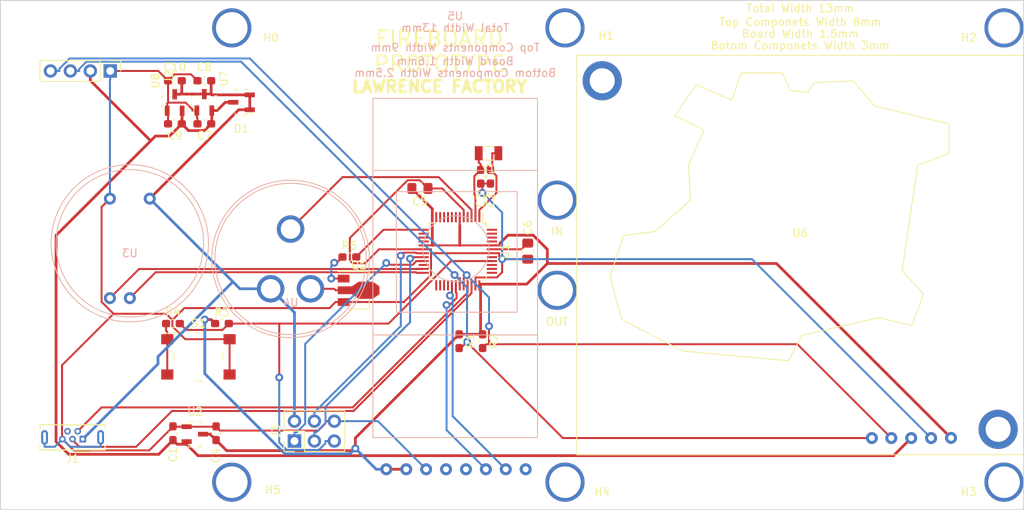
<source format=kicad_pcb>
(kicad_pcb (version 20171130) (host pcbnew "(5.1.2)-2")

  (general
    (thickness 1.6)
    (drawings 18)
    (tracks 343)
    (zones 0)
    (modules 38)
    (nets 52)
  )

  (page A4)
  (layers
    (0 F.Cu mixed)
    (31 B.Cu mixed)
    (32 B.Adhes user)
    (33 F.Adhes user)
    (34 B.Paste user)
    (35 F.Paste user)
    (36 B.SilkS user)
    (37 F.SilkS user)
    (38 B.Mask user)
    (39 F.Mask user)
    (40 Dwgs.User user)
    (41 Cmts.User user)
    (42 Eco1.User user)
    (43 Eco2.User user)
    (44 Edge.Cuts user)
    (45 Margin user)
    (46 B.CrtYd user)
    (47 F.CrtYd user)
    (48 B.Fab user)
    (49 F.Fab user)
  )

  (setup
    (last_trace_width 0.25)
    (trace_clearance 0.15)
    (zone_clearance 0.25)
    (zone_45_only no)
    (trace_min 0.2)
    (via_size 1)
    (via_drill 0.5)
    (via_min_size 0.4)
    (via_min_drill 0.3)
    (uvia_size 0.3)
    (uvia_drill 0.1)
    (uvias_allowed no)
    (uvia_min_size 0.2)
    (uvia_min_drill 0.1)
    (edge_width 0.05)
    (segment_width 0.2)
    (pcb_text_width 0.3)
    (pcb_text_size 1.5 1.5)
    (mod_edge_width 0.12)
    (mod_text_size 1 1)
    (mod_text_width 0.15)
    (pad_size 4 4)
    (pad_drill 2.5)
    (pad_to_mask_clearance 0.051)
    (solder_mask_min_width 0.25)
    (aux_axis_origin 0 0)
    (grid_origin 50.8 153.67)
    (visible_elements 7FFFFFFF)
    (pcbplotparams
      (layerselection 0x210fc_ffffffff)
      (usegerberextensions false)
      (usegerberattributes false)
      (usegerberadvancedattributes true)
      (creategerberjobfile false)
      (excludeedgelayer true)
      (linewidth 0.100000)
      (plotframeref false)
      (viasonmask false)
      (mode 1)
      (useauxorigin false)
      (hpglpennumber 1)
      (hpglpenspeed 20)
      (hpglpendiameter 15.000000)
      (psnegative false)
      (psa4output false)
      (plotreference true)
      (plotvalue true)
      (plotinvisibletext false)
      (padsonsilk false)
      (subtractmaskfromsilk false)
      (outputformat 1)
      (mirror false)
      (drillshape 0)
      (scaleselection 1)
      (outputdirectory "prototype_osh"))
  )

  (net 0 "")
  (net 1 "Net-(U1-Pad48)")
  (net 2 "Net-(U1-Pad46)")
  (net 3 "Net-(U1-Pad45)")
  (net 4 "Net-(U1-Pad41)")
  (net 5 "Net-(U1-Pad39)")
  (net 6 "Net-(U1-Pad38)")
  (net 7 "Net-(U1-Pad37)")
  (net 8 "Net-(U1-Pad28)")
  (net 9 "Net-(U1-Pad27)")
  (net 10 "Net-(U1-Pad26)")
  (net 11 "Net-(U1-Pad25)")
  (net 12 "Net-(U1-Pad22)")
  (net 13 "Net-(U1-Pad16)")
  (net 14 "Net-(U1-Pad15)")
  (net 15 "Net-(U1-Pad12)")
  (net 16 "Net-(U1-Pad11)")
  (net 17 "Net-(U1-Pad4)")
  (net 18 GND)
  (net 19 +5V)
  (net 20 "Net-(C2-Pad1)")
  (net 21 "Net-(C3-Pad1)")
  (net 22 +3V3)
  (net 23 "Net-(C6-Pad2)")
  (net 24 "Net-(J1-Pad4)")
  (net 25 /D+)
  (net 26 /D-)
  (net 27 /MOSI)
  (net 28 /SCK)
  (net 29 /MISO)
  (net 30 /TX2)
  (net 31 /RX2)
  (net 32 /TX3)
  (net 33 /RX3)
  (net 34 "Net-(U5-Pad5)")
  (net 35 "Net-(U5-Pad4)")
  (net 36 "Net-(U5-Pad1)")
  (net 37 /SDA)
  (net 38 /SCL)
  (net 39 +12V)
  (net 40 /SAMD_Reset)
  (net 41 "Net-(R4-Pad2)")
  (net 42 /PA02_AIN0)
  (net 43 /PA02_AIN2)
  (net 44 /PA02_AIN3)
  (net 45 /PA02_AIN4)
  (net 46 /PA02_AIN5)
  (net 47 "Net-(U1-Pad14)")
  (net 48 /PA02_AIN10)
  (net 49 "Net-(Q1-Pad2)")
  (net 50 "Net-(Q1-Pad1)")
  (net 51 /PID_base)

  (net_class Default "This is the default net class."
    (clearance 0.15)
    (trace_width 0.25)
    (via_dia 1)
    (via_drill 0.5)
    (uvia_dia 0.3)
    (uvia_drill 0.1)
    (add_net /D+)
    (add_net /D-)
    (add_net /MISO)
    (add_net /MOSI)
    (add_net /PA02_AIN0)
    (add_net /PA02_AIN10)
    (add_net /PA02_AIN2)
    (add_net /PA02_AIN3)
    (add_net /PA02_AIN4)
    (add_net /PA02_AIN5)
    (add_net /PID_base)
    (add_net /RX2)
    (add_net /RX3)
    (add_net /SAMD_Reset)
    (add_net /SCK)
    (add_net /SCL)
    (add_net /SDA)
    (add_net /TX2)
    (add_net /TX3)
    (add_net GND)
    (add_net "Net-(C2-Pad1)")
    (add_net "Net-(C3-Pad1)")
    (add_net "Net-(C6-Pad2)")
    (add_net "Net-(J1-Pad4)")
    (add_net "Net-(Q1-Pad1)")
    (add_net "Net-(Q1-Pad2)")
    (add_net "Net-(R4-Pad2)")
    (add_net "Net-(U1-Pad11)")
    (add_net "Net-(U1-Pad12)")
    (add_net "Net-(U1-Pad14)")
    (add_net "Net-(U1-Pad15)")
    (add_net "Net-(U1-Pad16)")
    (add_net "Net-(U1-Pad22)")
    (add_net "Net-(U1-Pad25)")
    (add_net "Net-(U1-Pad26)")
    (add_net "Net-(U1-Pad27)")
    (add_net "Net-(U1-Pad28)")
    (add_net "Net-(U1-Pad37)")
    (add_net "Net-(U1-Pad38)")
    (add_net "Net-(U1-Pad39)")
    (add_net "Net-(U1-Pad4)")
    (add_net "Net-(U1-Pad41)")
    (add_net "Net-(U1-Pad45)")
    (add_net "Net-(U1-Pad46)")
    (add_net "Net-(U1-Pad48)")
    (add_net "Net-(U5-Pad1)")
    (add_net "Net-(U5-Pad4)")
    (add_net "Net-(U5-Pad5)")
  )

  (net_class Power ""
    (clearance 0.2)
    (trace_width 0.35)
    (via_dia 1)
    (via_drill 0.5)
    (uvia_dia 0.3)
    (uvia_drill 0.1)
    (add_net +12V)
    (add_net +3V3)
    (add_net +5V)
  )

  (module Resistor_SMD:R_0603_1608Metric_Pad1.05x0.95mm_HandSolder (layer F.Cu) (tedit 5B301BBD) (tstamp 5D1AD7D7)
    (at 95.3 121.42)
    (descr "Resistor SMD 0603 (1608 Metric), square (rectangular) end terminal, IPC_7351 nominal with elongated pad for handsoldering. (Body size source: http://www.tortai-tech.com/upload/download/2011102023233369053.pdf), generated with kicad-footprint-generator")
    (tags "resistor handsolder")
    (path /5D1C3AC4)
    (attr smd)
    (fp_text reference R5 (at 0 -1.43) (layer F.SilkS)
      (effects (font (size 1 1) (thickness 0.15)))
    )
    (fp_text value 750 (at 0 1.43) (layer F.Fab)
      (effects (font (size 1 1) (thickness 0.15)))
    )
    (fp_text user %R (at 0 0) (layer F.Fab)
      (effects (font (size 0.4 0.4) (thickness 0.06)))
    )
    (fp_line (start 1.65 0.73) (end -1.65 0.73) (layer F.CrtYd) (width 0.05))
    (fp_line (start 1.65 -0.73) (end 1.65 0.73) (layer F.CrtYd) (width 0.05))
    (fp_line (start -1.65 -0.73) (end 1.65 -0.73) (layer F.CrtYd) (width 0.05))
    (fp_line (start -1.65 0.73) (end -1.65 -0.73) (layer F.CrtYd) (width 0.05))
    (fp_line (start -0.171267 0.51) (end 0.171267 0.51) (layer F.SilkS) (width 0.12))
    (fp_line (start -0.171267 -0.51) (end 0.171267 -0.51) (layer F.SilkS) (width 0.12))
    (fp_line (start 0.8 0.4) (end -0.8 0.4) (layer F.Fab) (width 0.1))
    (fp_line (start 0.8 -0.4) (end 0.8 0.4) (layer F.Fab) (width 0.1))
    (fp_line (start -0.8 -0.4) (end 0.8 -0.4) (layer F.Fab) (width 0.1))
    (fp_line (start -0.8 0.4) (end -0.8 -0.4) (layer F.Fab) (width 0.1))
    (pad 2 smd roundrect (at 0.875 0) (size 1.05 0.95) (layers F.Cu F.Paste F.Mask) (roundrect_rratio 0.25)
      (net 51 /PID_base))
    (pad 1 smd roundrect (at -0.875 0) (size 1.05 0.95) (layers F.Cu F.Paste F.Mask) (roundrect_rratio 0.25)
      (net 50 "Net-(Q1-Pad1)"))
    (model ${KISYS3DMOD}/Resistor_SMD.3dshapes/R_0603_1608Metric.wrl
      (at (xyz 0 0 0))
      (scale (xyz 1 1 1))
      (rotate (xyz 0 0 0))
    )
  )

  (module Package_TO_SOT_SMD:SOT-89-3 (layer F.Cu) (tedit 5A02FF57) (tstamp 5D1ACD2F)
    (at 96.05 125.67)
    (descr SOT-89-3)
    (tags SOT-89-3)
    (path /5D1BC8FB)
    (attr smd)
    (fp_text reference Q1 (at 0.45 -3.2) (layer F.SilkS)
      (effects (font (size 1 1) (thickness 0.15)))
    )
    (fp_text value Q_NPN_BCE (at 0.45 3.25) (layer F.Fab)
      (effects (font (size 1 1) (thickness 0.15)))
    )
    (fp_line (start -2.48 2.55) (end -2.48 -2.55) (layer F.CrtYd) (width 0.05))
    (fp_line (start -2.48 2.55) (end 3.23 2.55) (layer F.CrtYd) (width 0.05))
    (fp_line (start 3.23 -2.55) (end -2.48 -2.55) (layer F.CrtYd) (width 0.05))
    (fp_line (start 3.23 -2.55) (end 3.23 2.55) (layer F.CrtYd) (width 0.05))
    (fp_line (start -0.13 -2.3) (end 1.68 -2.3) (layer F.Fab) (width 0.1))
    (fp_line (start -0.92 2.3) (end -0.92 -1.51) (layer F.Fab) (width 0.1))
    (fp_line (start 1.68 2.3) (end -0.92 2.3) (layer F.Fab) (width 0.1))
    (fp_line (start 1.68 -2.3) (end 1.68 2.3) (layer F.Fab) (width 0.1))
    (fp_line (start -0.92 -1.51) (end -0.13 -2.3) (layer F.Fab) (width 0.1))
    (fp_line (start 1.78 -2.4) (end 1.78 -1.2) (layer F.SilkS) (width 0.12))
    (fp_line (start -2.22 -2.4) (end 1.78 -2.4) (layer F.SilkS) (width 0.12))
    (fp_line (start 1.78 2.4) (end -0.92 2.4) (layer F.SilkS) (width 0.12))
    (fp_line (start 1.78 1.2) (end 1.78 2.4) (layer F.SilkS) (width 0.12))
    (fp_text user %R (at 0.38 0 90) (layer F.Fab)
      (effects (font (size 0.6 0.6) (thickness 0.09)))
    )
    (pad 2 smd trapezoid (at -0.0762 0 90) (size 1.5 1) (rect_delta 0 0.7 ) (layers F.Cu F.Paste F.Mask)
      (net 49 "Net-(Q1-Pad2)"))
    (pad 2 smd rect (at 1.3335 0 270) (size 2.2 1.84) (layers F.Cu F.Paste F.Mask)
      (net 49 "Net-(Q1-Pad2)"))
    (pad 3 smd rect (at -1.48 1.5 270) (size 1 1.5) (layers F.Cu F.Paste F.Mask)
      (net 18 GND))
    (pad 2 smd rect (at -1.3335 0 270) (size 1 1.8) (layers F.Cu F.Paste F.Mask)
      (net 49 "Net-(Q1-Pad2)"))
    (pad 1 smd rect (at -1.48 -1.5 270) (size 1 1.5) (layers F.Cu F.Paste F.Mask)
      (net 50 "Net-(Q1-Pad1)"))
    (pad 2 smd trapezoid (at 2.667 0 270) (size 1.6 0.85) (rect_delta 0 0.6 ) (layers F.Cu F.Paste F.Mask)
      (net 49 "Net-(Q1-Pad2)"))
    (model ${KISYS3DMOD}/Package_TO_SOT_SMD.3dshapes/SOT-89-3.wrl
      (at (xyz 0 0 0))
      (scale (xyz 1 1 1))
      (rotate (xyz 0 0 0))
    )
  )

  (module Connector_PinHeader_2.54mm:PinHeader_2x03_P2.54mm_Vertical (layer F.Cu) (tedit 59FED5CC) (tstamp 5D17B273)
    (at 88.3 144.92 90)
    (descr "Through hole straight pin header, 2x03, 2.54mm pitch, double rows")
    (tags "Through hole pin header THT 2x03 2.54mm double row")
    (path /5D3C1BEB)
    (fp_text reference J3 (at 1.27 -2.33 90) (layer F.SilkS)
      (effects (font (size 1 1) (thickness 0.15)))
    )
    (fp_text value Conn_02x03_Odd_Even (at 1.27 7.41 90) (layer F.Fab)
      (effects (font (size 1 1) (thickness 0.15)))
    )
    (fp_text user %R (at 1.27 2.54) (layer F.Fab)
      (effects (font (size 1 1) (thickness 0.15)))
    )
    (fp_line (start 4.35 -1.8) (end -1.8 -1.8) (layer F.CrtYd) (width 0.05))
    (fp_line (start 4.35 6.85) (end 4.35 -1.8) (layer F.CrtYd) (width 0.05))
    (fp_line (start -1.8 6.85) (end 4.35 6.85) (layer F.CrtYd) (width 0.05))
    (fp_line (start -1.8 -1.8) (end -1.8 6.85) (layer F.CrtYd) (width 0.05))
    (fp_line (start -1.33 -1.33) (end 0 -1.33) (layer F.SilkS) (width 0.12))
    (fp_line (start -1.33 0) (end -1.33 -1.33) (layer F.SilkS) (width 0.12))
    (fp_line (start 1.27 -1.33) (end 3.87 -1.33) (layer F.SilkS) (width 0.12))
    (fp_line (start 1.27 1.27) (end 1.27 -1.33) (layer F.SilkS) (width 0.12))
    (fp_line (start -1.33 1.27) (end 1.27 1.27) (layer F.SilkS) (width 0.12))
    (fp_line (start 3.87 -1.33) (end 3.87 6.41) (layer F.SilkS) (width 0.12))
    (fp_line (start -1.33 1.27) (end -1.33 6.41) (layer F.SilkS) (width 0.12))
    (fp_line (start -1.33 6.41) (end 3.87 6.41) (layer F.SilkS) (width 0.12))
    (fp_line (start -1.27 0) (end 0 -1.27) (layer F.Fab) (width 0.1))
    (fp_line (start -1.27 6.35) (end -1.27 0) (layer F.Fab) (width 0.1))
    (fp_line (start 3.81 6.35) (end -1.27 6.35) (layer F.Fab) (width 0.1))
    (fp_line (start 3.81 -1.27) (end 3.81 6.35) (layer F.Fab) (width 0.1))
    (fp_line (start 0 -1.27) (end 3.81 -1.27) (layer F.Fab) (width 0.1))
    (pad 6 thru_hole oval (at 2.54 5.08 90) (size 1.7 1.7) (drill 1) (layers *.Cu *.Mask)
      (net 18 GND))
    (pad 5 thru_hole oval (at 0 5.08 90) (size 1.7 1.7) (drill 1) (layers *.Cu *.Mask)
      (net 40 /SAMD_Reset))
    (pad 4 thru_hole oval (at 2.54 2.54 90) (size 1.7 1.7) (drill 1) (layers *.Cu *.Mask)
      (net 27 /MOSI))
    (pad 3 thru_hole oval (at 0 2.54 90) (size 1.7 1.7) (drill 1) (layers *.Cu *.Mask)
      (net 28 /SCK))
    (pad 2 thru_hole oval (at 2.54 0 90) (size 1.7 1.7) (drill 1) (layers *.Cu *.Mask)
      (net 19 +5V))
    (pad 1 thru_hole rect (at 0 0 90) (size 1.7 1.7) (drill 1) (layers *.Cu *.Mask)
      (net 29 /MISO))
    (model ${KISYS3DMOD}/Connector_PinHeader_2.54mm.3dshapes/PinHeader_2x03_P2.54mm_Vertical.wrl
      (at (xyz 0 0 0))
      (scale (xyz 1 1 1))
      (rotate (xyz 0 0 0))
    )
  )

  (module digikey-footprints:SOT-23-3 (layer F.Cu) (tedit 59D275F3) (tstamp 5D1792C8)
    (at 73.02 101.695 90)
    (path /5D3955C5)
    (fp_text reference U8 (at 2.775 -2.47 90) (layer F.SilkS)
      (effects (font (size 1 1) (thickness 0.15)))
    )
    (fp_text value 5V (at 0.025 3.25 90) (layer F.Fab)
      (effects (font (size 1 1) (thickness 0.15)))
    )
    (fp_line (start 0.7 1.52) (end 0.7 -1.52) (layer F.Fab) (width 0.1))
    (fp_line (start -0.7 1.52) (end 0.7 1.52) (layer F.Fab) (width 0.1))
    (fp_text user %R (at -0.125 0.15 90) (layer F.Fab)
      (effects (font (size 0.25 0.25) (thickness 0.05)))
    )
    (fp_line (start 0.825 -1.65) (end 0.825 -1.35) (layer F.SilkS) (width 0.1))
    (fp_line (start 0.45 -1.65) (end 0.825 -1.65) (layer F.SilkS) (width 0.1))
    (fp_line (start 0.825 1.65) (end 0.375 1.65) (layer F.SilkS) (width 0.1))
    (fp_line (start 0.825 1.35) (end 0.825 1.65) (layer F.SilkS) (width 0.1))
    (fp_line (start 0.825 1.425) (end 0.825 1.3) (layer F.SilkS) (width 0.1))
    (fp_line (start -0.825 1.65) (end -0.825 1.3) (layer F.SilkS) (width 0.1))
    (fp_line (start -0.35 1.65) (end -0.825 1.65) (layer F.SilkS) (width 0.1))
    (fp_line (start -0.425 -1.525) (end -0.7 -1.325) (layer F.Fab) (width 0.1))
    (fp_line (start -0.425 -1.525) (end 0.7 -1.525) (layer F.Fab) (width 0.1))
    (fp_line (start -0.7 -1.325) (end -0.7 1.525) (layer F.Fab) (width 0.1))
    (fp_line (start -0.825 -1.325) (end -1.6 -1.325) (layer F.SilkS) (width 0.1))
    (fp_line (start -0.825 -1.375) (end -0.825 -1.325) (layer F.SilkS) (width 0.1))
    (fp_line (start -0.45 -1.65) (end -0.825 -1.375) (layer F.SilkS) (width 0.1))
    (fp_line (start -0.175 -1.65) (end -0.45 -1.65) (layer F.SilkS) (width 0.1))
    (fp_line (start 1.825 -1.95) (end 1.825 1.95) (layer F.CrtYd) (width 0.05))
    (fp_line (start 1.825 1.95) (end -1.825 1.95) (layer F.CrtYd) (width 0.05))
    (fp_line (start -1.825 -1.95) (end -1.825 1.95) (layer F.CrtYd) (width 0.05))
    (fp_line (start -1.825 -1.95) (end 1.825 -1.95) (layer F.CrtYd) (width 0.05))
    (pad 1 smd rect (at -1.05 -0.95 90) (size 1.3 0.6) (layers F.Cu F.Paste F.Mask)
      (net 18 GND) (solder_mask_margin 0.07))
    (pad 2 smd rect (at -1.05 0.95 90) (size 1.3 0.6) (layers F.Cu F.Paste F.Mask)
      (net 39 +12V) (solder_mask_margin 0.07))
    (pad 3 smd rect (at 1.05 0 90) (size 1.3 0.6) (layers F.Cu F.Paste F.Mask)
      (net 19 +5V) (solder_mask_margin 0.07))
  )

  (module Capacitor_SMD:C_0603_1608Metric_Pad1.05x0.95mm_HandSolder (layer F.Cu) (tedit 5B301BBE) (tstamp 5D178FAE)
    (at 73.05 98.92 180)
    (descr "Capacitor SMD 0603 (1608 Metric), square (rectangular) end terminal, IPC_7351 nominal with elongated pad for handsoldering. (Body size source: http://www.tortai-tech.com/upload/download/2011102023233369053.pdf), generated with kicad-footprint-generator")
    (tags "capacitor handsolder")
    (path /5D3955D3)
    (attr smd)
    (fp_text reference C10 (at 0 1.75) (layer F.SilkS)
      (effects (font (size 1 1) (thickness 0.15)))
    )
    (fp_text value 1uF (at 0 1.43) (layer F.Fab)
      (effects (font (size 1 1) (thickness 0.15)))
    )
    (fp_text user %R (at 0 0) (layer F.Fab)
      (effects (font (size 0.4 0.4) (thickness 0.06)))
    )
    (fp_line (start 1.65 0.73) (end -1.65 0.73) (layer F.CrtYd) (width 0.05))
    (fp_line (start 1.65 -0.73) (end 1.65 0.73) (layer F.CrtYd) (width 0.05))
    (fp_line (start -1.65 -0.73) (end 1.65 -0.73) (layer F.CrtYd) (width 0.05))
    (fp_line (start -1.65 0.73) (end -1.65 -0.73) (layer F.CrtYd) (width 0.05))
    (fp_line (start -0.171267 0.51) (end 0.171267 0.51) (layer F.SilkS) (width 0.12))
    (fp_line (start -0.171267 -0.51) (end 0.171267 -0.51) (layer F.SilkS) (width 0.12))
    (fp_line (start 0.8 0.4) (end -0.8 0.4) (layer F.Fab) (width 0.1))
    (fp_line (start 0.8 -0.4) (end 0.8 0.4) (layer F.Fab) (width 0.1))
    (fp_line (start -0.8 -0.4) (end 0.8 -0.4) (layer F.Fab) (width 0.1))
    (fp_line (start -0.8 0.4) (end -0.8 -0.4) (layer F.Fab) (width 0.1))
    (pad 2 smd roundrect (at 0.875 0 180) (size 1.05 0.95) (layers F.Cu F.Paste F.Mask) (roundrect_rratio 0.25)
      (net 18 GND))
    (pad 1 smd roundrect (at -0.875 0 180) (size 1.05 0.95) (layers F.Cu F.Paste F.Mask) (roundrect_rratio 0.25)
      (net 19 +5V))
    (model ${KISYS3DMOD}/Capacitor_SMD.3dshapes/C_0603_1608Metric.wrl
      (at (xyz 0 0 0))
      (scale (xyz 1 1 1))
      (rotate (xyz 0 0 0))
    )
  )

  (module Capacitor_SMD:C_0603_1608Metric_Pad1.05x0.95mm_HandSolder (layer F.Cu) (tedit 5B301BBE) (tstamp 5D178F9D)
    (at 73.05 104.42 180)
    (descr "Capacitor SMD 0603 (1608 Metric), square (rectangular) end terminal, IPC_7351 nominal with elongated pad for handsoldering. (Body size source: http://www.tortai-tech.com/upload/download/2011102023233369053.pdf), generated with kicad-footprint-generator")
    (tags "capacitor handsolder")
    (path /5D3955E4)
    (attr smd)
    (fp_text reference C9 (at 0 -1.5) (layer F.SilkS)
      (effects (font (size 1 1) (thickness 0.15)))
    )
    (fp_text value 1uF (at 0 -1.5) (layer F.Fab)
      (effects (font (size 1 1) (thickness 0.15)))
    )
    (fp_text user %R (at 0 0) (layer F.Fab)
      (effects (font (size 0.4 0.4) (thickness 0.06)))
    )
    (fp_line (start 1.65 0.73) (end -1.65 0.73) (layer F.CrtYd) (width 0.05))
    (fp_line (start 1.65 -0.73) (end 1.65 0.73) (layer F.CrtYd) (width 0.05))
    (fp_line (start -1.65 -0.73) (end 1.65 -0.73) (layer F.CrtYd) (width 0.05))
    (fp_line (start -1.65 0.73) (end -1.65 -0.73) (layer F.CrtYd) (width 0.05))
    (fp_line (start -0.171267 0.51) (end 0.171267 0.51) (layer F.SilkS) (width 0.12))
    (fp_line (start -0.171267 -0.51) (end 0.171267 -0.51) (layer F.SilkS) (width 0.12))
    (fp_line (start 0.8 0.4) (end -0.8 0.4) (layer F.Fab) (width 0.1))
    (fp_line (start 0.8 -0.4) (end 0.8 0.4) (layer F.Fab) (width 0.1))
    (fp_line (start -0.8 -0.4) (end 0.8 -0.4) (layer F.Fab) (width 0.1))
    (fp_line (start -0.8 0.4) (end -0.8 -0.4) (layer F.Fab) (width 0.1))
    (pad 2 smd roundrect (at 0.875 0 180) (size 1.05 0.95) (layers F.Cu F.Paste F.Mask) (roundrect_rratio 0.25)
      (net 18 GND))
    (pad 1 smd roundrect (at -0.875 0 180) (size 1.05 0.95) (layers F.Cu F.Paste F.Mask) (roundrect_rratio 0.25)
      (net 39 +12V))
    (model ${KISYS3DMOD}/Capacitor_SMD.3dshapes/C_0603_1608Metric.wrl
      (at (xyz 0 0 0))
      (scale (xyz 1 1 1))
      (rotate (xyz 0 0 0))
    )
  )

  (module fireboard:CO (layer B.Cu) (tedit 5D139581) (tstamp 5D178208)
    (at 108.8 122.17 180)
    (path /5D37D3AF)
    (fp_text reference U5 (at 0 31.5) (layer B.SilkS)
      (effects (font (size 1 1) (thickness 0.15)) (justify mirror))
    )
    (fp_text value CO (at 0 32.5) (layer B.Fab)
      (effects (font (size 1 1) (thickness 0.15)) (justify mirror))
    )
    (fp_circle (center -0.1 1.8) (end 4.1 1.6) (layer B.SilkS) (width 0.12))
    (fp_line (start -7.9 -6.3) (end -7.9 9.1) (layer B.SilkS) (width 0.12))
    (fp_line (start 7.5 -6.3) (end -7.9 -6.3) (layer B.SilkS) (width 0.12))
    (fp_line (start 7.5 9.1) (end 7.5 -6.3) (layer B.SilkS) (width 0.12))
    (fp_line (start -7.9 9.1) (end 7.5 9.1) (layer B.SilkS) (width 0.12))
    (fp_line (start -10.5 -9.2) (end 10.5 -9.2) (layer B.SilkS) (width 0.12))
    (fp_line (start -10.5 11.8) (end 10.5 11.8) (layer B.SilkS) (width 0.12))
    (fp_text user "Bottom Components Width 2.5mm" (at 0 24.25) (layer B.SilkS)
      (effects (font (size 1 1) (thickness 0.15)) (justify mirror))
    )
    (fp_text user "Board Width 1.6mm" (at 0 25.75) (layer B.SilkS)
      (effects (font (size 1 1) (thickness 0.15)) (justify mirror))
    )
    (fp_text user "Top Components Width 9mm" (at 0 27.5) (layer B.SilkS)
      (effects (font (size 1 1) (thickness 0.15)) (justify mirror))
    )
    (fp_line (start 10.5 -22.3) (end 10.5 21) (layer B.SilkS) (width 0.12))
    (fp_line (start -10.5 21) (end -10.5 -22.3) (layer B.SilkS) (width 0.12))
    (fp_line (start -10.5 21) (end 10.5 21) (layer B.SilkS) (width 0.12))
    (fp_text user "Total Width 13mm" (at 0 30) (layer B.SilkS)
      (effects (font (size 1 1) (thickness 0.15)) (justify mirror))
    )
    (fp_line (start -10.5 -22.3) (end 10.5 -22.3) (layer B.SilkS) (width 0.12))
    (pad 8 thru_hole circle (at 8.79 -26.352 180) (size 1.524 1.524) (drill 0.762) (layers *.Cu *.Mask)
      (net 22 +3V3))
    (pad 7 thru_hole circle (at 6.25 -26.352 180) (size 1.524 1.524) (drill 0.762) (layers *.Cu *.Mask)
      (net 22 +3V3))
    (pad 6 thru_hole circle (at 3.71 -26.352 180) (size 1.524 1.524) (drill 0.762) (layers *.Cu *.Mask)
      (net 18 GND))
    (pad 5 thru_hole circle (at 1.17 -26.352 180) (size 1.524 1.524) (drill 0.762) (layers *.Cu *.Mask)
      (net 34 "Net-(U5-Pad5)"))
    (pad 4 thru_hole circle (at -1.37 -26.352 180) (size 1.524 1.524) (drill 0.762) (layers *.Cu *.Mask)
      (net 35 "Net-(U5-Pad4)"))
    (pad 3 thru_hole circle (at -3.91 -26.352 180) (size 1.524 1.524) (drill 0.762) (layers *.Cu *.Mask)
      (net 33 /RX3))
    (pad 2 thru_hole circle (at -6.45 -26.352 180) (size 1.524 1.524) (drill 0.762) (layers *.Cu *.Mask)
      (net 32 /TX3))
    (pad 1 thru_hole circle (at -8.99 -26.352 180) (size 1.524 1.524) (drill 0.762) (layers *.Cu *.Mask)
      (net 36 "Net-(U5-Pad1)"))
  )

  (module digikey-footprints:SOT-23-3 (layer F.Cu) (tedit 59D275F3) (tstamp 5D179C1D)
    (at 81.55 101.67 180)
    (path /5D34BCC1)
    (fp_text reference D1 (at 0.025 -3.375) (layer F.SilkS)
      (effects (font (size 1 1) (thickness 0.15)))
    )
    (fp_text value D_Schottky_AAK (at -2.5 0 270) (layer F.Fab)
      (effects (font (size 1 1) (thickness 0.15)))
    )
    (fp_line (start 0.7 1.52) (end 0.7 -1.52) (layer F.Fab) (width 0.1))
    (fp_line (start -0.7 1.52) (end 0.7 1.52) (layer F.Fab) (width 0.1))
    (fp_text user %R (at -0.125 0.15) (layer F.Fab)
      (effects (font (size 0.25 0.25) (thickness 0.05)))
    )
    (fp_line (start 0.825 -1.65) (end 0.825 -1.35) (layer F.SilkS) (width 0.1))
    (fp_line (start 0.45 -1.65) (end 0.825 -1.65) (layer F.SilkS) (width 0.1))
    (fp_line (start 0.825 1.65) (end 0.375 1.65) (layer F.SilkS) (width 0.1))
    (fp_line (start 0.825 1.35) (end 0.825 1.65) (layer F.SilkS) (width 0.1))
    (fp_line (start 0.825 1.425) (end 0.825 1.3) (layer F.SilkS) (width 0.1))
    (fp_line (start -0.825 1.65) (end -0.825 1.3) (layer F.SilkS) (width 0.1))
    (fp_line (start -0.35 1.65) (end -0.825 1.65) (layer F.SilkS) (width 0.1))
    (fp_line (start -0.425 -1.525) (end -0.7 -1.325) (layer F.Fab) (width 0.1))
    (fp_line (start -0.425 -1.525) (end 0.7 -1.525) (layer F.Fab) (width 0.1))
    (fp_line (start -0.7 -1.325) (end -0.7 1.525) (layer F.Fab) (width 0.1))
    (fp_line (start -0.825 -1.325) (end -1.6 -1.325) (layer F.SilkS) (width 0.1))
    (fp_line (start -0.825 -1.375) (end -0.825 -1.325) (layer F.SilkS) (width 0.1))
    (fp_line (start -0.45 -1.65) (end -0.825 -1.375) (layer F.SilkS) (width 0.1))
    (fp_line (start -0.175 -1.65) (end -0.45 -1.65) (layer F.SilkS) (width 0.1))
    (fp_line (start 1.825 -1.95) (end 1.825 1.95) (layer F.CrtYd) (width 0.05))
    (fp_line (start 1.825 1.95) (end -1.825 1.95) (layer F.CrtYd) (width 0.05))
    (fp_line (start -1.825 -1.95) (end -1.825 1.95) (layer F.CrtYd) (width 0.05))
    (fp_line (start -1.825 -1.95) (end 1.825 -1.95) (layer F.CrtYd) (width 0.05))
    (pad 1 smd rect (at -1.05 -0.95 180) (size 1.3 0.6) (layers F.Cu F.Paste F.Mask)
      (net 19 +5V) (solder_mask_margin 0.07))
    (pad 2 smd rect (at -1.05 0.95 180) (size 1.3 0.6) (layers F.Cu F.Paste F.Mask)
      (net 19 +5V) (solder_mask_margin 0.07))
    (pad 3 smd rect (at 1.05 0 180) (size 1.3 0.6) (layers F.Cu F.Paste F.Mask)
      (net 39 +12V) (solder_mask_margin 0.07))
  )

  (module Connector_PinHeader_2.54mm:PinHeader_1x04_P2.54mm_Vertical (layer F.Cu) (tedit 59FED5CC) (tstamp 5D179B81)
    (at 64.8 97.67 270)
    (descr "Through hole straight pin header, 1x04, 2.54mm pitch, single row")
    (tags "Through hole pin header THT 1x04 2.54mm single row")
    (path /5D163A79)
    (fp_text reference J2 (at 0.75 -7.5 90) (layer F.SilkS)
      (effects (font (size 1 1) (thickness 0.15)))
    )
    (fp_text value Link (at 0 9.95 90) (layer F.Fab)
      (effects (font (size 1 1) (thickness 0.15)))
    )
    (fp_text user %R (at 0 3.81) (layer F.Fab)
      (effects (font (size 1 1) (thickness 0.15)))
    )
    (fp_line (start 1.8 -1.8) (end -1.8 -1.8) (layer F.CrtYd) (width 0.05))
    (fp_line (start 1.8 9.4) (end 1.8 -1.8) (layer F.CrtYd) (width 0.05))
    (fp_line (start -1.8 9.4) (end 1.8 9.4) (layer F.CrtYd) (width 0.05))
    (fp_line (start -1.8 -1.8) (end -1.8 9.4) (layer F.CrtYd) (width 0.05))
    (fp_line (start -1.33 -1.33) (end 0 -1.33) (layer F.SilkS) (width 0.12))
    (fp_line (start -1.33 0) (end -1.33 -1.33) (layer F.SilkS) (width 0.12))
    (fp_line (start -1.33 1.27) (end 1.33 1.27) (layer F.SilkS) (width 0.12))
    (fp_line (start 1.33 1.27) (end 1.33 8.95) (layer F.SilkS) (width 0.12))
    (fp_line (start -1.33 1.27) (end -1.33 8.95) (layer F.SilkS) (width 0.12))
    (fp_line (start -1.33 8.95) (end 1.33 8.95) (layer F.SilkS) (width 0.12))
    (fp_line (start -1.27 -0.635) (end -0.635 -1.27) (layer F.Fab) (width 0.1))
    (fp_line (start -1.27 8.89) (end -1.27 -0.635) (layer F.Fab) (width 0.1))
    (fp_line (start 1.27 8.89) (end -1.27 8.89) (layer F.Fab) (width 0.1))
    (fp_line (start 1.27 -1.27) (end 1.27 8.89) (layer F.Fab) (width 0.1))
    (fp_line (start -0.635 -1.27) (end 1.27 -1.27) (layer F.Fab) (width 0.1))
    (pad 4 thru_hole oval (at 0 7.62 270) (size 1.7 1.7) (drill 1) (layers *.Cu *.Mask)
      (net 38 /SCL))
    (pad 3 thru_hole oval (at 0 5.08 270) (size 1.7 1.7) (drill 1) (layers *.Cu *.Mask)
      (net 37 /SDA))
    (pad 2 thru_hole oval (at 0 2.54 270) (size 1.7 1.7) (drill 1) (layers *.Cu *.Mask)
      (net 39 +12V))
    (pad 1 thru_hole rect (at 0 0 270) (size 1.7 1.7) (drill 1) (layers *.Cu *.Mask)
      (net 18 GND))
    (model ${KISYS3DMOD}/Connector_PinHeader_2.54mm.3dshapes/PinHeader_1x04_P2.54mm_Vertical.wrl
      (at (xyz 0 0 0))
      (scale (xyz 1 1 1))
      (rotate (xyz 0 0 0))
    )
  )

  (module Connector_USB:USB_Micro-B_Wuerth_614105150721_Vertical (layer F.Cu) (tedit 5A142044) (tstamp 5D175E30)
    (at 61.3 144.67 180)
    (descr "USB Micro-B receptacle, through-hole, vertical, http://katalog.we-online.de/em/datasheet/614105150721.pdf")
    (tags "usb micro receptacle vertical")
    (path /5D12614E)
    (fp_text reference J1 (at 1.3 -2.48) (layer F.SilkS)
      (effects (font (size 1 1) (thickness 0.15)))
    )
    (fp_text value USB_B_Micro (at 1.3 2.92) (layer F.Fab)
      (effects (font (size 1 1) (thickness 0.15)))
    )
    (fp_text user %R (at 1.3 0.22) (layer F.Fab)
      (effects (font (size 1 1) (thickness 0.15)))
    )
    (fp_line (start 5.8 -1.73) (end -3.2 -1.73) (layer F.CrtYd) (width 0.05))
    (fp_line (start 5.8 2.17) (end 5.8 -1.73) (layer F.CrtYd) (width 0.05))
    (fp_line (start -3.2 2.17) (end 5.8 2.17) (layer F.CrtYd) (width 0.05))
    (fp_line (start -3.2 -1.73) (end -3.2 2.17) (layer F.CrtYd) (width 0.05))
    (fp_line (start -1 -1.68) (end 1 -1.68) (layer F.SilkS) (width 0.15))
    (fp_line (start 5.45 1.82) (end 5.45 1.345) (layer F.SilkS) (width 0.15))
    (fp_line (start -2.85 1.82) (end 5.45 1.82) (layer F.SilkS) (width 0.15))
    (fp_line (start -2.85 1.345) (end -2.85 1.82) (layer F.SilkS) (width 0.15))
    (fp_line (start 5.45 -1.38) (end 5.45 -0.905) (layer F.SilkS) (width 0.15))
    (fp_line (start -2.85 -1.38) (end 5.45 -1.38) (layer F.SilkS) (width 0.15))
    (fp_line (start -2.85 -0.905) (end -2.85 -1.38) (layer F.SilkS) (width 0.15))
    (fp_line (start -2.7 1.67) (end -2.7 -1.23) (layer F.Fab) (width 0.15))
    (fp_line (start 5.3 1.67) (end -2.7 1.67) (layer F.Fab) (width 0.15))
    (fp_line (start 5.3 -1.23) (end 5.3 1.67) (layer F.Fab) (width 0.15))
    (fp_line (start 1 -1.23) (end 5.3 -1.23) (layer F.Fab) (width 0.15))
    (fp_line (start 0 -0.23) (end 1 -1.23) (layer F.Fab) (width 0.15))
    (fp_line (start -1 -1.23) (end 0 -0.23) (layer F.Fab) (width 0.15))
    (fp_line (start -2.7 -1.23) (end -1 -1.23) (layer F.Fab) (width 0.15))
    (pad 6 thru_hole oval (at 4.875 0.22 180) (size 0.85 1.85) (drill oval 0.35 1.35) (layers *.Cu *.Mask)
      (net 18 GND))
    (pad 6 thru_hole oval (at -2.275 0.22 180) (size 0.85 1.85) (drill oval 0.35 1.35) (layers *.Cu *.Mask)
      (net 18 GND))
    (pad 5 thru_hole circle (at 2.6 0 180) (size 0.84 0.84) (drill 0.44) (layers *.Cu *.Mask)
      (net 18 GND))
    (pad 4 thru_hole circle (at 1.95 1 180) (size 0.84 0.84) (drill 0.44) (layers *.Cu *.Mask)
      (net 24 "Net-(J1-Pad4)"))
    (pad 3 thru_hole circle (at 1.3 0 180) (size 0.84 0.84) (drill 0.44) (layers *.Cu *.Mask)
      (net 25 /D+))
    (pad 2 thru_hole circle (at 0.65 1 180) (size 0.84 0.84) (drill 0.44) (layers *.Cu *.Mask)
      (net 26 /D-))
    (pad 1 thru_hole rect (at 0 0 180) (size 0.84 0.84) (drill 0.44) (layers *.Cu *.Mask)
      (net 19 +5V))
    (model ${KISYS3DMOD}/Connector_USB.3dshapes/USB_Micro-B_Wuerth_614105150721_Vertical.wrl
      (at (xyz 0 0 0))
      (scale (xyz 1 1 1))
      (rotate (xyz 0 0 0))
    )
  )

  (module digikey-footprints:Switch_Tactile_SMD_6x6mm_PTS645 (layer F.Cu) (tedit 5AF35643) (tstamp 5D171040)
    (at 76.05 134.17)
    (descr http://www.ckswitches.com/media/1471/pts645.pdf)
    (path /5D246497)
    (fp_text reference S1 (at 0 -4.27) (layer F.SilkS)
      (effects (font (size 1 1) (thickness 0.15)))
    )
    (fp_text value KS-01Q-01 (at 0 4.5) (layer F.Fab)
      (effects (font (size 1 1) (thickness 0.15)))
    )
    (fp_line (start -3 -3) (end 3 -3) (layer F.Fab) (width 0.1))
    (fp_line (start -3 3) (end 3 3) (layer F.Fab) (width 0.1))
    (fp_line (start -3 -3) (end -3 3) (layer F.Fab) (width 0.1))
    (fp_line (start 3 3) (end 3 -3) (layer F.Fab) (width 0.1))
    (fp_line (start -3.1 0) (end -3.1 -0.5) (layer F.SilkS) (width 0.1))
    (fp_line (start -3.1 0) (end -3.1 0.5) (layer F.SilkS) (width 0.1))
    (fp_line (start 3.1 0) (end 3.1 -0.5) (layer F.SilkS) (width 0.1))
    (fp_line (start 3.1 0) (end 3.1 0.5) (layer F.SilkS) (width 0.1))
    (fp_line (start 0 3.1) (end -0.5 3.1) (layer F.SilkS) (width 0.1))
    (fp_line (start 0 3.1) (end 0.5 3.1) (layer F.SilkS) (width 0.1))
    (fp_line (start 0 -3.1) (end 0.5 -3.1) (layer F.SilkS) (width 0.1))
    (fp_line (start 0 -3.1) (end -0.5 -3.1) (layer F.SilkS) (width 0.1))
    (fp_line (start -3.4 -3) (end -4.6 -3) (layer F.SilkS) (width 0.1))
    (fp_line (start -3.1 -3) (end -3.4 -3) (layer F.SilkS) (width 0.1))
    (fp_line (start -3.1 -3.1) (end -3.1 -3) (layer F.SilkS) (width 0.1))
    (fp_line (start -2.6 -3.1) (end -3.1 -3.1) (layer F.SilkS) (width 0.1))
    (fp_text user %R (at 0 0) (layer F.Fab)
      (effects (font (size 1 1) (thickness 0.15)))
    )
    (fp_line (start 5 -3.25) (end 5 3.25) (layer F.CrtYd) (width 0.05))
    (fp_line (start 5 -3.25) (end -5 -3.25) (layer F.CrtYd) (width 0.05))
    (fp_line (start 5 3.25) (end -5 3.25) (layer F.CrtYd) (width 0.05))
    (fp_line (start -5 -3.25) (end -5 3.25) (layer F.CrtYd) (width 0.05))
    (pad 4 smd rect (at 3.975 2.25) (size 1.55 1.3) (layers F.Cu F.Paste F.Mask)
      (net 18 GND))
    (pad 3 smd rect (at -3.975 2.25) (size 1.55 1.3) (layers F.Cu F.Paste F.Mask)
      (net 41 "Net-(R4-Pad2)"))
    (pad 2 smd rect (at 3.975 -2.25) (size 1.55 1.3) (layers F.Cu F.Paste F.Mask)
      (net 18 GND))
    (pad 1 smd rect (at -3.975 -2.25) (size 1.55 1.3) (layers F.Cu F.Paste F.Mask)
      (net 41 "Net-(R4-Pad2)"))
  )

  (module digikey-footprints:SOT-23-3 (layer F.Cu) (tedit 59D275F3) (tstamp 5D16F07C)
    (at 76.8 101.67 90)
    (path /5D176C85)
    (fp_text reference U7 (at 3 2.5 90) (layer F.SilkS)
      (effects (font (size 1 1) (thickness 0.15)))
    )
    (fp_text value 5V (at 1 -2.5 90) (layer F.Fab)
      (effects (font (size 1 1) (thickness 0.15)))
    )
    (fp_line (start 0.7 1.52) (end 0.7 -1.52) (layer F.Fab) (width 0.1))
    (fp_line (start -0.7 1.52) (end 0.7 1.52) (layer F.Fab) (width 0.1))
    (fp_text user %R (at -0.125 0.15 90) (layer F.Fab)
      (effects (font (size 0.25 0.25) (thickness 0.05)))
    )
    (fp_line (start 0.825 -1.65) (end 0.825 -1.35) (layer F.SilkS) (width 0.1))
    (fp_line (start 0.45 -1.65) (end 0.825 -1.65) (layer F.SilkS) (width 0.1))
    (fp_line (start 0.825 1.65) (end 0.375 1.65) (layer F.SilkS) (width 0.1))
    (fp_line (start 0.825 1.35) (end 0.825 1.65) (layer F.SilkS) (width 0.1))
    (fp_line (start 0.825 1.425) (end 0.825 1.3) (layer F.SilkS) (width 0.1))
    (fp_line (start -0.825 1.65) (end -0.825 1.3) (layer F.SilkS) (width 0.1))
    (fp_line (start -0.35 1.65) (end -0.825 1.65) (layer F.SilkS) (width 0.1))
    (fp_line (start -0.425 -1.525) (end -0.7 -1.325) (layer F.Fab) (width 0.1))
    (fp_line (start -0.425 -1.525) (end 0.7 -1.525) (layer F.Fab) (width 0.1))
    (fp_line (start -0.7 -1.325) (end -0.7 1.525) (layer F.Fab) (width 0.1))
    (fp_line (start -0.825 -1.325) (end -1.6 -1.325) (layer F.SilkS) (width 0.1))
    (fp_line (start -0.825 -1.375) (end -0.825 -1.325) (layer F.SilkS) (width 0.1))
    (fp_line (start -0.45 -1.65) (end -0.825 -1.375) (layer F.SilkS) (width 0.1))
    (fp_line (start -0.175 -1.65) (end -0.45 -1.65) (layer F.SilkS) (width 0.1))
    (fp_line (start 1.825 -1.95) (end 1.825 1.95) (layer F.CrtYd) (width 0.05))
    (fp_line (start 1.825 1.95) (end -1.825 1.95) (layer F.CrtYd) (width 0.05))
    (fp_line (start -1.825 -1.95) (end -1.825 1.95) (layer F.CrtYd) (width 0.05))
    (fp_line (start -1.825 -1.95) (end 1.825 -1.95) (layer F.CrtYd) (width 0.05))
    (pad 1 smd rect (at -1.05 -0.95 90) (size 1.3 0.6) (layers F.Cu F.Paste F.Mask)
      (net 18 GND) (solder_mask_margin 0.07))
    (pad 2 smd rect (at -1.05 0.95 90) (size 1.3 0.6) (layers F.Cu F.Paste F.Mask)
      (net 39 +12V) (solder_mask_margin 0.07))
    (pad 3 smd rect (at 1.05 0 90) (size 1.3 0.6) (layers F.Cu F.Paste F.Mask)
      (net 19 +5V) (solder_mask_margin 0.07))
  )

  (module fireboard:CO2 (layer F.Cu) (tedit 5D163504) (tstamp 5D16F060)
    (at 152.8 121.17)
    (path /5D1D5A58)
    (fp_text reference U6 (at 0 -2.802) (layer F.SilkS)
      (effects (font (size 1 1) (thickness 0.15)))
    )
    (fp_text value CO2 (at 0 -3.802) (layer F.Fab)
      (effects (font (size 1 1) (thickness 0.15)))
    )
    (fp_text user "Board Width 1.5mm" (at 0 -28.25) (layer F.SilkS)
      (effects (font (size 1 1) (thickness 0.15)))
    )
    (fp_text user "Botom Componets Width 3mm" (at 0 -26.75) (layer F.SilkS)
      (effects (font (size 1 1) (thickness 0.15)))
    )
    (fp_line (start 1 -20.75) (end 1.75 -22) (layer F.SilkS) (width 0.12))
    (fp_line (start -1.25 -21) (end 1 -20.75) (layer F.SilkS) (width 0.12))
    (fp_line (start -2.25 -23.25) (end -1.25 -21) (layer F.SilkS) (width 0.12))
    (fp_line (start -7.5 -23.25) (end -2.25 -23.25) (layer F.SilkS) (width 0.12))
    (fp_line (start -8.75 -19.75) (end -7.5 -23.25) (layer F.SilkS) (width 0.12))
    (fp_line (start -13.25 -21.75) (end -8.75 -19.75) (layer F.SilkS) (width 0.12))
    (fp_line (start -16 -17.75) (end -13.25 -21.75) (layer F.SilkS) (width 0.12))
    (fp_line (start -12.25 -16) (end -16 -17.75) (layer F.SilkS) (width 0.12))
    (fp_line (start -14.25 -11.5) (end -12.25 -16) (layer F.SilkS) (width 0.12))
    (fp_line (start -14 -7) (end -14.25 -11.5) (layer F.SilkS) (width 0.12))
    (fp_line (start -18.5 -3) (end -14 -7) (layer F.SilkS) (width 0.12))
    (fp_line (start -22.5 -2.5) (end -18.5 -3) (layer F.SilkS) (width 0.12))
    (fp_line (start -24.25 2.75) (end -22.5 -2.5) (layer F.SilkS) (width 0.12))
    (fp_line (start -22.75 8.25) (end -24.25 2.75) (layer F.SilkS) (width 0.12))
    (fp_line (start -15 12.25) (end -22.75 8.25) (layer F.SilkS) (width 0.12))
    (fp_line (start -1.5 13.5) (end -15 12.25) (layer F.SilkS) (width 0.12))
    (fp_line (start 0.25 10.25) (end -1.5 13.5) (layer F.SilkS) (width 0.12))
    (fp_line (start 10 8) (end 0.25 10.25) (layer F.SilkS) (width 0.12))
    (fp_line (start 14.25 9) (end 10 8) (layer F.SilkS) (width 0.12))
    (fp_line (start 15.75 5) (end 14.25 9) (layer F.SilkS) (width 0.12))
    (fp_line (start 13 2) (end 15.75 5) (layer F.SilkS) (width 0.12))
    (fp_line (start 15 -11.5) (end 13 2) (layer F.SilkS) (width 0.12))
    (fp_line (start 19 -13) (end 15 -11.5) (layer F.SilkS) (width 0.12))
    (fp_line (start 19 -16.75) (end 19 -13) (layer F.SilkS) (width 0.12))
    (fp_line (start 9.5 -19) (end 19 -16.75) (layer F.SilkS) (width 0.12))
    (fp_line (start 6.75 -22.25) (end 9.5 -19) (layer F.SilkS) (width 0.12))
    (fp_line (start 1.75 -22) (end 6.75 -22.25) (layer F.SilkS) (width 0.12))
    (fp_text user "Top Componets Width 8mm" (at 0 -29.75) (layer F.SilkS)
      (effects (font (size 1 1) (thickness 0.15)))
    )
    (fp_text user "Total Width 13mm" (at 0 -31.5) (layer F.SilkS)
      (effects (font (size 1 1) (thickness 0.15)))
    )
    (fp_line (start 28.5 25.5) (end 28.5 -25.5) (layer F.SilkS) (width 0.12))
    (fp_line (start -28.5 25.5) (end -28.5 -25.5) (layer F.SilkS) (width 0.12))
    (fp_line (start -28.5 25.5) (end 28.5 25.5) (layer F.SilkS) (width 0.12))
    (fp_line (start -28.5 -25.5) (end 28.5 -25.5) (layer F.SilkS) (width 0.12))
    (pad 5 thru_hole circle (at 9.144 23.368) (size 1.524 1.524) (drill 0.762) (layers *.Cu *.Mask)
      (net 37 /SDA))
    (pad "" thru_hole circle (at -25.25 -22.25) (size 5 5) (drill 3.2) (layers *.Cu *.Mask))
    (pad "" thru_hole circle (at 25.25 22.25) (size 5 5) (drill 3.2) (layers *.Cu *.Mask))
    (pad 4 thru_hole circle (at 11.62 23.368) (size 1.524 1.524) (drill 0.762) (layers *.Cu *.Mask)
      (net 38 /SCL))
    (pad 3 thru_hole circle (at 14.16 23.368) (size 1.524 1.524) (drill 0.762) (layers *.Cu *.Mask)
      (net 39 +12V))
    (pad 2 thru_hole circle (at 16.7 23.368) (size 1.524 1.524) (drill 0.762) (layers *.Cu *.Mask)
      (net 18 GND))
    (pad 1 thru_hole circle (at 19.24 23.35) (size 1.524 1.524) (drill 0.762) (layers *.Cu *.Mask)
      (net 22 +3V3))
  )

  (module Resistor_SMD:R_0603_1608Metric_Pad1.05x0.95mm_HandSolder (layer F.Cu) (tedit 5B301BBD) (tstamp 5D16EEF1)
    (at 72.8 129.92 180)
    (descr "Resistor SMD 0603 (1608 Metric), square (rectangular) end terminal, IPC_7351 nominal with elongated pad for handsoldering. (Body size source: http://www.tortai-tech.com/upload/download/2011102023233369053.pdf), generated with kicad-footprint-generator")
    (tags "resistor handsolder")
    (path /5D2431A4)
    (attr smd)
    (fp_text reference R4 (at 0 1.5) (layer F.SilkS)
      (effects (font (size 1 1) (thickness 0.15)))
    )
    (fp_text value 22R (at 0 1.43) (layer F.Fab)
      (effects (font (size 1 1) (thickness 0.15)))
    )
    (fp_text user %R (at 0 0) (layer F.Fab)
      (effects (font (size 0.4 0.4) (thickness 0.06)))
    )
    (fp_line (start 1.65 0.73) (end -1.65 0.73) (layer F.CrtYd) (width 0.05))
    (fp_line (start 1.65 -0.73) (end 1.65 0.73) (layer F.CrtYd) (width 0.05))
    (fp_line (start -1.65 -0.73) (end 1.65 -0.73) (layer F.CrtYd) (width 0.05))
    (fp_line (start -1.65 0.73) (end -1.65 -0.73) (layer F.CrtYd) (width 0.05))
    (fp_line (start -0.171267 0.51) (end 0.171267 0.51) (layer F.SilkS) (width 0.12))
    (fp_line (start -0.171267 -0.51) (end 0.171267 -0.51) (layer F.SilkS) (width 0.12))
    (fp_line (start 0.8 0.4) (end -0.8 0.4) (layer F.Fab) (width 0.1))
    (fp_line (start 0.8 -0.4) (end 0.8 0.4) (layer F.Fab) (width 0.1))
    (fp_line (start -0.8 -0.4) (end 0.8 -0.4) (layer F.Fab) (width 0.1))
    (fp_line (start -0.8 0.4) (end -0.8 -0.4) (layer F.Fab) (width 0.1))
    (pad 2 smd roundrect (at 0.875 0 180) (size 1.05 0.95) (layers F.Cu F.Paste F.Mask) (roundrect_rratio 0.25)
      (net 41 "Net-(R4-Pad2)"))
    (pad 1 smd roundrect (at -0.875 0 180) (size 1.05 0.95) (layers F.Cu F.Paste F.Mask) (roundrect_rratio 0.25)
      (net 40 /SAMD_Reset))
    (model ${KISYS3DMOD}/Resistor_SMD.3dshapes/R_0603_1608Metric.wrl
      (at (xyz 0 0 0))
      (scale (xyz 1 1 1))
      (rotate (xyz 0 0 0))
    )
  )

  (module Resistor_SMD:R_0603_1608Metric_Pad1.05x0.95mm_HandSolder (layer F.Cu) (tedit 5B301BBD) (tstamp 5D16EEE0)
    (at 79.05 129.92)
    (descr "Resistor SMD 0603 (1608 Metric), square (rectangular) end terminal, IPC_7351 nominal with elongated pad for handsoldering. (Body size source: http://www.tortai-tech.com/upload/download/2011102023233369053.pdf), generated with kicad-footprint-generator")
    (tags "resistor handsolder")
    (path /5D2398A3)
    (attr smd)
    (fp_text reference R3 (at 0 -1.43) (layer F.SilkS)
      (effects (font (size 1 1) (thickness 0.15)))
    )
    (fp_text value 10k (at 0 1.43) (layer F.Fab)
      (effects (font (size 1 1) (thickness 0.15)))
    )
    (fp_text user %R (at 0 0) (layer F.Fab)
      (effects (font (size 0.4 0.4) (thickness 0.06)))
    )
    (fp_line (start 1.65 0.73) (end -1.65 0.73) (layer F.CrtYd) (width 0.05))
    (fp_line (start 1.65 -0.73) (end 1.65 0.73) (layer F.CrtYd) (width 0.05))
    (fp_line (start -1.65 -0.73) (end 1.65 -0.73) (layer F.CrtYd) (width 0.05))
    (fp_line (start -1.65 0.73) (end -1.65 -0.73) (layer F.CrtYd) (width 0.05))
    (fp_line (start -0.171267 0.51) (end 0.171267 0.51) (layer F.SilkS) (width 0.12))
    (fp_line (start -0.171267 -0.51) (end 0.171267 -0.51) (layer F.SilkS) (width 0.12))
    (fp_line (start 0.8 0.4) (end -0.8 0.4) (layer F.Fab) (width 0.1))
    (fp_line (start 0.8 -0.4) (end 0.8 0.4) (layer F.Fab) (width 0.1))
    (fp_line (start -0.8 -0.4) (end 0.8 -0.4) (layer F.Fab) (width 0.1))
    (fp_line (start -0.8 0.4) (end -0.8 -0.4) (layer F.Fab) (width 0.1))
    (pad 2 smd roundrect (at 0.875 0) (size 1.05 0.95) (layers F.Cu F.Paste F.Mask) (roundrect_rratio 0.25)
      (net 40 /SAMD_Reset))
    (pad 1 smd roundrect (at -0.875 0) (size 1.05 0.95) (layers F.Cu F.Paste F.Mask) (roundrect_rratio 0.25)
      (net 22 +3V3))
    (model ${KISYS3DMOD}/Resistor_SMD.3dshapes/R_0603_1608Metric.wrl
      (at (xyz 0 0 0))
      (scale (xyz 1 1 1))
      (rotate (xyz 0 0 0))
    )
  )

  (module Capacitor_SMD:C_0603_1608Metric_Pad1.05x0.95mm_HandSolder (layer F.Cu) (tedit 5B301BBE) (tstamp 5D16EE08)
    (at 76.8 98.92 180)
    (descr "Capacitor SMD 0603 (1608 Metric), square (rectangular) end terminal, IPC_7351 nominal with elongated pad for handsoldering. (Body size source: http://www.tortai-tech.com/upload/download/2011102023233369053.pdf), generated with kicad-footprint-generator")
    (tags "capacitor handsolder")
    (path /5D176C99)
    (attr smd)
    (fp_text reference C8 (at 0 1.75) (layer F.SilkS)
      (effects (font (size 1 1) (thickness 0.15)))
    )
    (fp_text value 1uF (at 0 1.43) (layer F.Fab)
      (effects (font (size 1 1) (thickness 0.15)))
    )
    (fp_text user %R (at 0 0) (layer F.Fab)
      (effects (font (size 0.4 0.4) (thickness 0.06)))
    )
    (fp_line (start 1.65 0.73) (end -1.65 0.73) (layer F.CrtYd) (width 0.05))
    (fp_line (start 1.65 -0.73) (end 1.65 0.73) (layer F.CrtYd) (width 0.05))
    (fp_line (start -1.65 -0.73) (end 1.65 -0.73) (layer F.CrtYd) (width 0.05))
    (fp_line (start -1.65 0.73) (end -1.65 -0.73) (layer F.CrtYd) (width 0.05))
    (fp_line (start -0.171267 0.51) (end 0.171267 0.51) (layer F.SilkS) (width 0.12))
    (fp_line (start -0.171267 -0.51) (end 0.171267 -0.51) (layer F.SilkS) (width 0.12))
    (fp_line (start 0.8 0.4) (end -0.8 0.4) (layer F.Fab) (width 0.1))
    (fp_line (start 0.8 -0.4) (end 0.8 0.4) (layer F.Fab) (width 0.1))
    (fp_line (start -0.8 -0.4) (end 0.8 -0.4) (layer F.Fab) (width 0.1))
    (fp_line (start -0.8 0.4) (end -0.8 -0.4) (layer F.Fab) (width 0.1))
    (pad 2 smd roundrect (at 0.875 0 180) (size 1.05 0.95) (layers F.Cu F.Paste F.Mask) (roundrect_rratio 0.25)
      (net 18 GND))
    (pad 1 smd roundrect (at -0.875 0 180) (size 1.05 0.95) (layers F.Cu F.Paste F.Mask) (roundrect_rratio 0.25)
      (net 19 +5V))
    (model ${KISYS3DMOD}/Capacitor_SMD.3dshapes/C_0603_1608Metric.wrl
      (at (xyz 0 0 0))
      (scale (xyz 1 1 1))
      (rotate (xyz 0 0 0))
    )
  )

  (module Capacitor_SMD:C_0603_1608Metric_Pad1.05x0.95mm_HandSolder (layer F.Cu) (tedit 5B301BBE) (tstamp 5D16EDF7)
    (at 76.8 104.42 180)
    (descr "Capacitor SMD 0603 (1608 Metric), square (rectangular) end terminal, IPC_7351 nominal with elongated pad for handsoldering. (Body size source: http://www.tortai-tech.com/upload/download/2011102023233369053.pdf), generated with kicad-footprint-generator")
    (tags "capacitor handsolder")
    (path /5D176CAA)
    (attr smd)
    (fp_text reference C7 (at 0 -1.5) (layer F.SilkS)
      (effects (font (size 1 1) (thickness 0.15)))
    )
    (fp_text value 1uF (at 0 -1.5) (layer F.Fab)
      (effects (font (size 1 1) (thickness 0.15)))
    )
    (fp_text user %R (at 0 0) (layer F.Fab)
      (effects (font (size 0.4 0.4) (thickness 0.06)))
    )
    (fp_line (start 1.65 0.73) (end -1.65 0.73) (layer F.CrtYd) (width 0.05))
    (fp_line (start 1.65 -0.73) (end 1.65 0.73) (layer F.CrtYd) (width 0.05))
    (fp_line (start -1.65 -0.73) (end 1.65 -0.73) (layer F.CrtYd) (width 0.05))
    (fp_line (start -1.65 0.73) (end -1.65 -0.73) (layer F.CrtYd) (width 0.05))
    (fp_line (start -0.171267 0.51) (end 0.171267 0.51) (layer F.SilkS) (width 0.12))
    (fp_line (start -0.171267 -0.51) (end 0.171267 -0.51) (layer F.SilkS) (width 0.12))
    (fp_line (start 0.8 0.4) (end -0.8 0.4) (layer F.Fab) (width 0.1))
    (fp_line (start 0.8 -0.4) (end 0.8 0.4) (layer F.Fab) (width 0.1))
    (fp_line (start -0.8 -0.4) (end 0.8 -0.4) (layer F.Fab) (width 0.1))
    (fp_line (start -0.8 0.4) (end -0.8 -0.4) (layer F.Fab) (width 0.1))
    (pad 2 smd roundrect (at 0.875 0 180) (size 1.05 0.95) (layers F.Cu F.Paste F.Mask) (roundrect_rratio 0.25)
      (net 18 GND))
    (pad 1 smd roundrect (at -0.875 0 180) (size 1.05 0.95) (layers F.Cu F.Paste F.Mask) (roundrect_rratio 0.25)
      (net 39 +12V))
    (model ${KISYS3DMOD}/Capacitor_SMD.3dshapes/C_0603_1608Metric.wrl
      (at (xyz 0 0 0))
      (scale (xyz 1 1 1))
      (rotate (xyz 0 0 0))
    )
  )

  (module fireboard:4mm_hole (layer F.Cu) (tedit 5D161793) (tstamp 5D166E1F)
    (at 121.8 125.67)
    (fp_text reference OUT (at 0 4) (layer F.SilkS)
      (effects (font (size 1 1) (thickness 0.15)))
    )
    (fp_text value 4mm_hole (at 0 5.5) (layer F.Fab)
      (effects (font (size 1 1) (thickness 0.15)))
    )
    (pad "" thru_hole circle (at 0 0) (size 5 5) (drill 4) (layers *.Cu *.Mask))
  )

  (module fireboard:4mm_hole (layer F.Cu) (tedit 5D161793) (tstamp 5D166E1F)
    (at 121.8 114.17)
    (fp_text reference IN (at 0 4) (layer F.SilkS)
      (effects (font (size 1 1) (thickness 0.15)))
    )
    (fp_text value 4mm_hole (at 0 5) (layer F.Fab)
      (effects (font (size 1 1) (thickness 0.15)))
    )
    (pad "" thru_hole circle (at 0 0) (size 5 5) (drill 4) (layers *.Cu *.Mask))
  )

  (module fireboard:4mm_hole (layer F.Cu) (tedit 5D161793) (tstamp 5D166E1F)
    (at 80.3 150.17)
    (fp_text reference H5 (at 5.25 1) (layer F.SilkS)
      (effects (font (size 1 1) (thickness 0.15)))
    )
    (fp_text value 4mm_hole (at 7.5 -0.9) (layer F.Fab)
      (effects (font (size 1 1) (thickness 0.15)))
    )
    (pad "" thru_hole circle (at 0 0) (size 5 5) (drill 4) (layers *.Cu *.Mask))
  )

  (module fireboard:4mm_hole (layer F.Cu) (tedit 5D161793) (tstamp 5D166E1F)
    (at 122.8 150.17)
    (fp_text reference H4 (at 4.75 1.25) (layer F.SilkS)
      (effects (font (size 1 1) (thickness 0.15)))
    )
    (fp_text value 4mm_hole (at 6.5 -0.9) (layer F.Fab)
      (effects (font (size 1 1) (thickness 0.15)))
    )
    (pad "" thru_hole circle (at 0 0) (size 5 5) (drill 4) (layers *.Cu *.Mask))
  )

  (module fireboard:4mm_hole (layer F.Cu) (tedit 5D161793) (tstamp 5D166E1F)
    (at 178.8 150.17)
    (fp_text reference H3 (at -4.5 1.25) (layer F.SilkS)
      (effects (font (size 1 1) (thickness 0.15)))
    )
    (fp_text value 4mm_hole (at -7 -0.4) (layer F.Fab)
      (effects (font (size 1 1) (thickness 0.15)))
    )
    (pad "" thru_hole circle (at 0 0) (size 5 5) (drill 4) (layers *.Cu *.Mask))
  )

  (module fireboard:4mm_hole (layer F.Cu) (tedit 5D161793) (tstamp 5D166E1F)
    (at 178.8 92.17)
    (fp_text reference H2 (at -4.5 1.25) (layer F.SilkS)
      (effects (font (size 1 1) (thickness 0.15)))
    )
    (fp_text value 4mm_hole (at -7 -0.4) (layer F.Fab)
      (effects (font (size 1 1) (thickness 0.15)))
    )
    (pad "" thru_hole circle (at 0 0) (size 5 5) (drill 4) (layers *.Cu *.Mask))
  )

  (module fireboard:4mm_hole (layer F.Cu) (tedit 5D161793) (tstamp 5D166E1F)
    (at 80.3 92.17)
    (fp_text reference H0 (at 5 1.25) (layer F.SilkS)
      (effects (font (size 1 1) (thickness 0.15)))
    )
    (fp_text value 4mm_hole (at 6.5 -0.9) (layer F.Fab)
      (effects (font (size 1 1) (thickness 0.15)))
    )
    (pad "" thru_hole circle (at 0 0) (size 5 5) (drill 4) (layers *.Cu *.Mask))
  )

  (module fireboard:4mm_hole (layer F.Cu) (tedit 5D161793) (tstamp 5D16DA9B)
    (at 122.8 92.17)
    (fp_text reference H1 (at 5.25 1) (layer F.SilkS)
      (effects (font (size 1 1) (thickness 0.15)))
    )
    (fp_text value 4mm_hole (at 7 -0.9) (layer F.Fab)
      (effects (font (size 1 1) (thickness 0.15)))
    )
    (pad "" thru_hole circle (at 0 0) (size 5 5) (drill 4) (layers *.Cu *.Mask))
  )

  (module Capacitor_SMD:C_0603_1608Metric_Pad1.05x0.95mm_HandSolder (layer F.Cu) (tedit 5B301BBE) (tstamp 5D12CD06)
    (at 78.3 143.92 90)
    (descr "Capacitor SMD 0603 (1608 Metric), square (rectangular) end terminal, IPC_7351 nominal with elongated pad for handsoldering. (Body size source: http://www.tortai-tech.com/upload/download/2011102023233369053.pdf), generated with kicad-footprint-generator")
    (tags "capacitor handsolder")
    (path /5D15E5C2)
    (attr smd)
    (fp_text reference C4 (at -2.88 0 90) (layer F.SilkS)
      (effects (font (size 1 1) (thickness 0.15)))
    )
    (fp_text value 1uF (at 0 1.43 90) (layer F.Fab)
      (effects (font (size 1 1) (thickness 0.15)))
    )
    (fp_text user %R (at 0 0 90) (layer F.Fab)
      (effects (font (size 0.4 0.4) (thickness 0.06)))
    )
    (fp_line (start 1.65 0.73) (end -1.65 0.73) (layer F.CrtYd) (width 0.05))
    (fp_line (start 1.65 -0.73) (end 1.65 0.73) (layer F.CrtYd) (width 0.05))
    (fp_line (start -1.65 -0.73) (end 1.65 -0.73) (layer F.CrtYd) (width 0.05))
    (fp_line (start -1.65 0.73) (end -1.65 -0.73) (layer F.CrtYd) (width 0.05))
    (fp_line (start -0.171267 0.51) (end 0.171267 0.51) (layer F.SilkS) (width 0.12))
    (fp_line (start -0.171267 -0.51) (end 0.171267 -0.51) (layer F.SilkS) (width 0.12))
    (fp_line (start 0.8 0.4) (end -0.8 0.4) (layer F.Fab) (width 0.1))
    (fp_line (start 0.8 -0.4) (end 0.8 0.4) (layer F.Fab) (width 0.1))
    (fp_line (start -0.8 -0.4) (end 0.8 -0.4) (layer F.Fab) (width 0.1))
    (fp_line (start -0.8 0.4) (end -0.8 -0.4) (layer F.Fab) (width 0.1))
    (pad 2 smd roundrect (at 0.875 0 90) (size 1.05 0.95) (layers F.Cu F.Paste F.Mask) (roundrect_rratio 0.25)
      (net 18 GND))
    (pad 1 smd roundrect (at -0.875 0 90) (size 1.05 0.95) (layers F.Cu F.Paste F.Mask) (roundrect_rratio 0.25)
      (net 22 +3V3))
    (model ${KISYS3DMOD}/Capacitor_SMD.3dshapes/C_0603_1608Metric.wrl
      (at (xyz 0 0 0))
      (scale (xyz 1 1 1))
      (rotate (xyz 0 0 0))
    )
  )

  (module Capacitor_SMD:C_0603_1608Metric_Pad1.05x0.95mm_HandSolder (layer F.Cu) (tedit 5B301BBE) (tstamp 5D17A11E)
    (at 112.05 111.17 270)
    (descr "Capacitor SMD 0603 (1608 Metric), square (rectangular) end terminal, IPC_7351 nominal with elongated pad for handsoldering. (Body size source: http://www.tortai-tech.com/upload/download/2011102023233369053.pdf), generated with kicad-footprint-generator")
    (tags "capacitor handsolder")
    (path /5D12EBD2)
    (attr smd)
    (fp_text reference C3 (at 3 0 90) (layer F.SilkS)
      (effects (font (size 1 1) (thickness 0.15)))
    )
    (fp_text value 12.5pF (at 0 -1.5 90) (layer F.Fab)
      (effects (font (size 1 1) (thickness 0.15)))
    )
    (fp_text user %R (at 0 0 90) (layer F.Fab)
      (effects (font (size 0.4 0.4) (thickness 0.06)))
    )
    (fp_line (start 1.65 0.73) (end -1.65 0.73) (layer F.CrtYd) (width 0.05))
    (fp_line (start 1.65 -0.73) (end 1.65 0.73) (layer F.CrtYd) (width 0.05))
    (fp_line (start -1.65 -0.73) (end 1.65 -0.73) (layer F.CrtYd) (width 0.05))
    (fp_line (start -1.65 0.73) (end -1.65 -0.73) (layer F.CrtYd) (width 0.05))
    (fp_line (start -0.171267 0.51) (end 0.171267 0.51) (layer F.SilkS) (width 0.12))
    (fp_line (start -0.171267 -0.51) (end 0.171267 -0.51) (layer F.SilkS) (width 0.12))
    (fp_line (start 0.8 0.4) (end -0.8 0.4) (layer F.Fab) (width 0.1))
    (fp_line (start 0.8 -0.4) (end 0.8 0.4) (layer F.Fab) (width 0.1))
    (fp_line (start -0.8 -0.4) (end 0.8 -0.4) (layer F.Fab) (width 0.1))
    (fp_line (start -0.8 0.4) (end -0.8 -0.4) (layer F.Fab) (width 0.1))
    (pad 2 smd roundrect (at 0.875 0 270) (size 1.05 0.95) (layers F.Cu F.Paste F.Mask) (roundrect_rratio 0.25)
      (net 18 GND))
    (pad 1 smd roundrect (at -0.875 0 270) (size 1.05 0.95) (layers F.Cu F.Paste F.Mask) (roundrect_rratio 0.25)
      (net 21 "Net-(C3-Pad1)"))
    (model ${KISYS3DMOD}/Capacitor_SMD.3dshapes/C_0603_1608Metric.wrl
      (at (xyz 0 0 0))
      (scale (xyz 1 1 1))
      (rotate (xyz 0 0 0))
    )
  )

  (module Capacitor_SMD:C_0603_1608Metric_Pad1.05x0.95mm_HandSolder (layer F.Cu) (tedit 5B301BBE) (tstamp 5D17A0BE)
    (at 113.3 111.17 270)
    (descr "Capacitor SMD 0603 (1608 Metric), square (rectangular) end terminal, IPC_7351 nominal with elongated pad for handsoldering. (Body size source: http://www.tortai-tech.com/upload/download/2011102023233369053.pdf), generated with kicad-footprint-generator")
    (tags "capacitor handsolder")
    (path /5D129349)
    (attr smd)
    (fp_text reference C2 (at 3 0 90) (layer F.SilkS)
      (effects (font (size 1 1) (thickness 0.15)))
    )
    (fp_text value 12.5pF (at 0 1.5 90) (layer F.Fab)
      (effects (font (size 1 1) (thickness 0.15)))
    )
    (fp_text user %R (at 0 0 90) (layer F.Fab)
      (effects (font (size 0.4 0.4) (thickness 0.06)))
    )
    (fp_line (start 1.65 0.73) (end -1.65 0.73) (layer F.CrtYd) (width 0.05))
    (fp_line (start 1.65 -0.73) (end 1.65 0.73) (layer F.CrtYd) (width 0.05))
    (fp_line (start -1.65 -0.73) (end 1.65 -0.73) (layer F.CrtYd) (width 0.05))
    (fp_line (start -1.65 0.73) (end -1.65 -0.73) (layer F.CrtYd) (width 0.05))
    (fp_line (start -0.171267 0.51) (end 0.171267 0.51) (layer F.SilkS) (width 0.12))
    (fp_line (start -0.171267 -0.51) (end 0.171267 -0.51) (layer F.SilkS) (width 0.12))
    (fp_line (start 0.8 0.4) (end -0.8 0.4) (layer F.Fab) (width 0.1))
    (fp_line (start 0.8 -0.4) (end 0.8 0.4) (layer F.Fab) (width 0.1))
    (fp_line (start -0.8 -0.4) (end 0.8 -0.4) (layer F.Fab) (width 0.1))
    (fp_line (start -0.8 0.4) (end -0.8 -0.4) (layer F.Fab) (width 0.1))
    (pad 2 smd roundrect (at 0.875 0 270) (size 1.05 0.95) (layers F.Cu F.Paste F.Mask) (roundrect_rratio 0.25)
      (net 18 GND))
    (pad 1 smd roundrect (at -0.875 0 270) (size 1.05 0.95) (layers F.Cu F.Paste F.Mask) (roundrect_rratio 0.25)
      (net 20 "Net-(C2-Pad1)"))
    (model ${KISYS3DMOD}/Capacitor_SMD.3dshapes/C_0603_1608Metric.wrl
      (at (xyz 0 0 0))
      (scale (xyz 1 1 1))
      (rotate (xyz 0 0 0))
    )
  )

  (module Capacitor_SMD:C_0603_1608Metric_Pad1.05x0.95mm_HandSolder (layer F.Cu) (tedit 5B301BBE) (tstamp 5D12C70C)
    (at 72.8 143.92 90)
    (descr "Capacitor SMD 0603 (1608 Metric), square (rectangular) end terminal, IPC_7351 nominal with elongated pad for handsoldering. (Body size source: http://www.tortai-tech.com/upload/download/2011102023233369053.pdf), generated with kicad-footprint-generator")
    (tags "capacitor handsolder")
    (path /5D15D9FE)
    (attr smd)
    (fp_text reference C1 (at -2.75 0 90) (layer F.SilkS)
      (effects (font (size 1 1) (thickness 0.15)))
    )
    (fp_text value 1uF (at 3 0 90) (layer F.Fab)
      (effects (font (size 1 1) (thickness 0.15)))
    )
    (fp_text user %R (at 0 0 90) (layer F.Fab)
      (effects (font (size 0.4 0.4) (thickness 0.06)))
    )
    (fp_line (start 1.65 0.73) (end -1.65 0.73) (layer F.CrtYd) (width 0.05))
    (fp_line (start 1.65 -0.73) (end 1.65 0.73) (layer F.CrtYd) (width 0.05))
    (fp_line (start -1.65 -0.73) (end 1.65 -0.73) (layer F.CrtYd) (width 0.05))
    (fp_line (start -1.65 0.73) (end -1.65 -0.73) (layer F.CrtYd) (width 0.05))
    (fp_line (start -0.171267 0.51) (end 0.171267 0.51) (layer F.SilkS) (width 0.12))
    (fp_line (start -0.171267 -0.51) (end 0.171267 -0.51) (layer F.SilkS) (width 0.12))
    (fp_line (start 0.8 0.4) (end -0.8 0.4) (layer F.Fab) (width 0.1))
    (fp_line (start 0.8 -0.4) (end 0.8 0.4) (layer F.Fab) (width 0.1))
    (fp_line (start -0.8 -0.4) (end 0.8 -0.4) (layer F.Fab) (width 0.1))
    (fp_line (start -0.8 0.4) (end -0.8 -0.4) (layer F.Fab) (width 0.1))
    (pad 2 smd roundrect (at 0.875 0 90) (size 1.05 0.95) (layers F.Cu F.Paste F.Mask) (roundrect_rratio 0.25)
      (net 18 GND))
    (pad 1 smd roundrect (at -0.875 0 90) (size 1.05 0.95) (layers F.Cu F.Paste F.Mask) (roundrect_rratio 0.25)
      (net 39 +12V))
    (model ${KISYS3DMOD}/Capacitor_SMD.3dshapes/C_0603_1608Metric.wrl
      (at (xyz 0 0 0))
      (scale (xyz 1 1 1))
      (rotate (xyz 0 0 0))
    )
  )

  (module Resistor_SMD:R_0603_1608Metric_Pad1.05x0.95mm_HandSolder (layer F.Cu) (tedit 5B301BBD) (tstamp 5D17A0EE)
    (at 112.3 132.17 270)
    (descr "Resistor SMD 0603 (1608 Metric), square (rectangular) end terminal, IPC_7351 nominal with elongated pad for handsoldering. (Body size source: http://www.tortai-tech.com/upload/download/2011102023233369053.pdf), generated with kicad-footprint-generator")
    (tags "resistor handsolder")
    (path /5D151BC2)
    (attr smd)
    (fp_text reference R2 (at 0 -1.43 90) (layer F.SilkS)
      (effects (font (size 1 1) (thickness 0.15)))
    )
    (fp_text value 4.7k (at -2.5 0 90) (layer F.Fab)
      (effects (font (size 1 1) (thickness 0.15)))
    )
    (fp_text user %R (at 0 0 90) (layer F.Fab)
      (effects (font (size 0.4 0.4) (thickness 0.06)))
    )
    (fp_line (start 1.65 0.73) (end -1.65 0.73) (layer F.CrtYd) (width 0.05))
    (fp_line (start 1.65 -0.73) (end 1.65 0.73) (layer F.CrtYd) (width 0.05))
    (fp_line (start -1.65 -0.73) (end 1.65 -0.73) (layer F.CrtYd) (width 0.05))
    (fp_line (start -1.65 0.73) (end -1.65 -0.73) (layer F.CrtYd) (width 0.05))
    (fp_line (start -0.171267 0.51) (end 0.171267 0.51) (layer F.SilkS) (width 0.12))
    (fp_line (start -0.171267 -0.51) (end 0.171267 -0.51) (layer F.SilkS) (width 0.12))
    (fp_line (start 0.8 0.4) (end -0.8 0.4) (layer F.Fab) (width 0.1))
    (fp_line (start 0.8 -0.4) (end 0.8 0.4) (layer F.Fab) (width 0.1))
    (fp_line (start -0.8 -0.4) (end 0.8 -0.4) (layer F.Fab) (width 0.1))
    (fp_line (start -0.8 0.4) (end -0.8 -0.4) (layer F.Fab) (width 0.1))
    (pad 2 smd roundrect (at 0.875 0 270) (size 1.05 0.95) (layers F.Cu F.Paste F.Mask) (roundrect_rratio 0.25)
      (net 38 /SCL))
    (pad 1 smd roundrect (at -0.875 0 270) (size 1.05 0.95) (layers F.Cu F.Paste F.Mask) (roundrect_rratio 0.25)
      (net 22 +3V3))
    (model ${KISYS3DMOD}/Resistor_SMD.3dshapes/R_0603_1608Metric.wrl
      (at (xyz 0 0 0))
      (scale (xyz 1 1 1))
      (rotate (xyz 0 0 0))
    )
  )

  (module Resistor_SMD:R_0603_1608Metric_Pad1.05x0.95mm_HandSolder (layer F.Cu) (tedit 5B301BBD) (tstamp 5D17A08E)
    (at 109.3 132.17 270)
    (descr "Resistor SMD 0603 (1608 Metric), square (rectangular) end terminal, IPC_7351 nominal with elongated pad for handsoldering. (Body size source: http://www.tortai-tech.com/upload/download/2011102023233369053.pdf), generated with kicad-footprint-generator")
    (tags "resistor handsolder")
    (path /5D14F2A7)
    (attr smd)
    (fp_text reference R1 (at 0 -1.43 90) (layer F.SilkS)
      (effects (font (size 1 1) (thickness 0.15)))
    )
    (fp_text value 4.7k (at -2.5 0 90) (layer F.Fab)
      (effects (font (size 1 1) (thickness 0.15)))
    )
    (fp_text user %R (at 0 0 90) (layer F.Fab)
      (effects (font (size 0.4 0.4) (thickness 0.06)))
    )
    (fp_line (start 1.65 0.73) (end -1.65 0.73) (layer F.CrtYd) (width 0.05))
    (fp_line (start 1.65 -0.73) (end 1.65 0.73) (layer F.CrtYd) (width 0.05))
    (fp_line (start -1.65 -0.73) (end 1.65 -0.73) (layer F.CrtYd) (width 0.05))
    (fp_line (start -1.65 0.73) (end -1.65 -0.73) (layer F.CrtYd) (width 0.05))
    (fp_line (start -0.171267 0.51) (end 0.171267 0.51) (layer F.SilkS) (width 0.12))
    (fp_line (start -0.171267 -0.51) (end 0.171267 -0.51) (layer F.SilkS) (width 0.12))
    (fp_line (start 0.8 0.4) (end -0.8 0.4) (layer F.Fab) (width 0.1))
    (fp_line (start 0.8 -0.4) (end 0.8 0.4) (layer F.Fab) (width 0.1))
    (fp_line (start -0.8 -0.4) (end 0.8 -0.4) (layer F.Fab) (width 0.1))
    (fp_line (start -0.8 0.4) (end -0.8 -0.4) (layer F.Fab) (width 0.1))
    (pad 2 smd roundrect (at 0.875 0 270) (size 1.05 0.95) (layers F.Cu F.Paste F.Mask) (roundrect_rratio 0.25)
      (net 37 /SDA))
    (pad 1 smd roundrect (at -0.875 0 270) (size 1.05 0.95) (layers F.Cu F.Paste F.Mask) (roundrect_rratio 0.25)
      (net 22 +3V3))
    (model ${KISYS3DMOD}/Resistor_SMD.3dshapes/R_0603_1608Metric.wrl
      (at (xyz 0 0 0))
      (scale (xyz 1 1 1))
      (rotate (xyz 0 0 0))
    )
  )

  (module Crystal:Crystal_SMD_3215-2Pin_3.2x1.5mm (layer F.Cu) (tedit 5A0FD1B2) (tstamp 5D17A05E)
    (at 113.05 108.17)
    (descr "SMD Crystal FC-135 https://support.epson.biz/td/api/doc_check.php?dl=brief_FC-135R_en.pdf")
    (tags "SMD SMT Crystal")
    (path /5D12617D)
    (attr smd)
    (fp_text reference Y1 (at 0 2) (layer F.SilkS)
      (effects (font (size 1 1) (thickness 0.15)))
    )
    (fp_text value 32.86MHz (at 0.5 3.5) (layer F.Fab)
      (effects (font (size 1 1) (thickness 0.15)))
    )
    (fp_line (start 2 -1.15) (end 2 1.15) (layer F.CrtYd) (width 0.05))
    (fp_line (start -2 -1.15) (end -2 1.15) (layer F.CrtYd) (width 0.05))
    (fp_line (start -2 1.15) (end 2 1.15) (layer F.CrtYd) (width 0.05))
    (fp_line (start -1.6 0.75) (end 1.6 0.75) (layer F.Fab) (width 0.1))
    (fp_line (start -1.6 -0.75) (end 1.6 -0.75) (layer F.Fab) (width 0.1))
    (fp_line (start 1.6 -0.75) (end 1.6 0.75) (layer F.Fab) (width 0.1))
    (fp_line (start -0.675 -0.875) (end 0.675 -0.875) (layer F.SilkS) (width 0.12))
    (fp_line (start -0.675 0.875) (end 0.675 0.875) (layer F.SilkS) (width 0.12))
    (fp_line (start -1.6 -0.75) (end -1.6 0.75) (layer F.Fab) (width 0.1))
    (fp_line (start -2 -1.15) (end 2 -1.15) (layer F.CrtYd) (width 0.05))
    (fp_text user %R (at 0 -2) (layer F.Fab)
      (effects (font (size 1 1) (thickness 0.15)))
    )
    (pad 2 smd rect (at -1.25 0) (size 1 1.8) (layers F.Cu F.Paste F.Mask)
      (net 21 "Net-(C3-Pad1)"))
    (pad 1 smd rect (at 1.25 0) (size 1 1.8) (layers F.Cu F.Paste F.Mask)
      (net 20 "Net-(C2-Pad1)"))
    (model ${KISYS3DMOD}/Crystal.3dshapes/Crystal_SMD_3215-2Pin_3.2x1.5mm.wrl
      (at (xyz 0 0 0))
      (scale (xyz 1 1 1))
      (rotate (xyz 0 0 0))
    )
  )

  (module fireboard:PID-AH (layer B.Cu) (tedit 5D13BF07) (tstamp 5D143C5F)
    (at 87.8 121.67)
    (path /5D164DC3)
    (fp_text reference U4 (at 0 5.588) (layer B.SilkS)
      (effects (font (size 1 1) (thickness 0.15)) (justify mirror))
    )
    (fp_text value PID-AH (at 0 7.366) (layer B.Fab)
      (effects (font (size 1 1) (thickness 0.15)) (justify mirror))
    )
    (fp_circle (center 0 0) (end 9.652 0) (layer B.SilkS) (width 0.12))
    (fp_circle (center 0 0) (end 10.051052 -0.003961) (layer B.SilkS) (width 0.12))
    (pad 3 thru_hole circle (at 2.54 3.81) (size 3.5 3.5) (drill 2.5) (layers *.Cu *.Mask)
      (net 49 "Net-(Q1-Pad2)"))
    (pad 2 thru_hole circle (at 0 -3.81) (size 3.5 3.5) (drill 2.5) (layers *.Cu *.Mask)
      (net 42 /PA02_AIN0))
    (pad 1 thru_hole circle (at -2.54 3.81) (size 3.5 3.5) (drill 2.5) (layers *.Cu *.Mask)
      (net 19 +5V))
  )

  (module fireboard:LOX-02-S (layer B.Cu) (tedit 5D1379BC) (tstamp 5D154120)
    (at 67.3 119.67)
    (path /5D164557)
    (fp_text reference U3 (at 0 1.27) (layer B.SilkS)
      (effects (font (size 1 1) (thickness 0.15)) (justify mirror))
    )
    (fp_text value LOX-02-S (at 0 2.54) (layer B.Fab)
      (effects (font (size 1 1) (thickness 0.15)) (justify mirror))
    )
    (fp_circle (center 0 0) (end 9.398 0.254) (layer B.SilkS) (width 0.12))
    (fp_circle (center 0 0) (end 10.029677 -0.302902) (layer B.SilkS) (width 0.12))
    (pad 4 thru_hole circle (at -2.54 7) (size 1.524 1.524) (drill 0.8) (layers *.Cu *.Mask)
      (net 30 /TX2))
    (pad 3 thru_hole circle (at 0 7) (size 1.524 1.524) (drill 0.8) (layers *.Cu *.Mask)
      (net 31 /RX2))
    (pad 2 thru_hole circle (at -2.54 -5.7) (size 1.524 1.524) (drill 0.8) (layers *.Cu *.Mask)
      (net 18 GND))
    (pad 1 thru_hole circle (at 2.54 -5.7) (size 1.524 1.524) (drill 0.8) (layers *.Cu *.Mask)
      (net 19 +5V))
  )

  (module digikey-footprints:SOT-23-3 (layer F.Cu) (tedit 59D275F3) (tstamp 5D12C3DC)
    (at 75.59 144.04)
    (path /5D148C41)
    (fp_text reference U2 (at 0.025 -2.87) (layer F.SilkS)
      (effects (font (size 1 1) (thickness 0.15)))
    )
    (fp_text value 3.3V (at -0.04 2.88) (layer F.Fab)
      (effects (font (size 1 1) (thickness 0.15)))
    )
    (fp_line (start 0.7 1.52) (end 0.7 -1.52) (layer F.Fab) (width 0.1))
    (fp_line (start -0.7 1.52) (end 0.7 1.52) (layer F.Fab) (width 0.1))
    (fp_text user %R (at -0.125 0.15) (layer F.Fab)
      (effects (font (size 0.25 0.25) (thickness 0.05)))
    )
    (fp_line (start 0.825 -1.65) (end 0.825 -1.35) (layer F.SilkS) (width 0.1))
    (fp_line (start 0.45 -1.65) (end 0.825 -1.65) (layer F.SilkS) (width 0.1))
    (fp_line (start 0.825 1.65) (end 0.375 1.65) (layer F.SilkS) (width 0.1))
    (fp_line (start 0.825 1.35) (end 0.825 1.65) (layer F.SilkS) (width 0.1))
    (fp_line (start 0.825 1.425) (end 0.825 1.3) (layer F.SilkS) (width 0.1))
    (fp_line (start -0.825 1.65) (end -0.825 1.3) (layer F.SilkS) (width 0.1))
    (fp_line (start -0.35 1.65) (end -0.825 1.65) (layer F.SilkS) (width 0.1))
    (fp_line (start -0.425 -1.525) (end -0.7 -1.325) (layer F.Fab) (width 0.1))
    (fp_line (start -0.425 -1.525) (end 0.7 -1.525) (layer F.Fab) (width 0.1))
    (fp_line (start -0.7 -1.325) (end -0.7 1.525) (layer F.Fab) (width 0.1))
    (fp_line (start -0.825 -1.325) (end -1.6 -1.325) (layer F.SilkS) (width 0.1))
    (fp_line (start -0.825 -1.375) (end -0.825 -1.325) (layer F.SilkS) (width 0.1))
    (fp_line (start -0.45 -1.65) (end -0.825 -1.375) (layer F.SilkS) (width 0.1))
    (fp_line (start -0.175 -1.65) (end -0.45 -1.65) (layer F.SilkS) (width 0.1))
    (fp_line (start 1.825 -1.95) (end 1.825 1.95) (layer F.CrtYd) (width 0.05))
    (fp_line (start 1.825 1.95) (end -1.825 1.95) (layer F.CrtYd) (width 0.05))
    (fp_line (start -1.825 -1.95) (end -1.825 1.95) (layer F.CrtYd) (width 0.05))
    (fp_line (start -1.825 -1.95) (end 1.825 -1.95) (layer F.CrtYd) (width 0.05))
    (pad 1 smd rect (at -1.05 -0.95) (size 1.3 0.6) (layers F.Cu F.Paste F.Mask)
      (net 18 GND) (solder_mask_margin 0.07))
    (pad 2 smd rect (at -1.05 0.95) (size 1.3 0.6) (layers F.Cu F.Paste F.Mask)
      (net 39 +12V) (solder_mask_margin 0.07))
    (pad 3 smd rect (at 1.05 0) (size 1.3 0.6) (layers F.Cu F.Paste F.Mask)
      (net 22 +3V3) (solder_mask_margin 0.07))
  )

  (module Capacitor_SMD:C_0805_2012Metric_Pad1.15x1.40mm_HandSolder (layer F.Cu) (tedit 5B36C52B) (tstamp 5D17A250)
    (at 118.05 120.67 90)
    (descr "Capacitor SMD 0805 (2012 Metric), square (rectangular) end terminal, IPC_7351 nominal with elongated pad for handsoldering. (Body size source: https://docs.google.com/spreadsheets/d/1BsfQQcO9C6DZCsRaXUlFlo91Tg2WpOkGARC1WS5S8t0/edit?usp=sharing), generated with kicad-footprint-generator")
    (tags "capacitor handsolder")
    (path /5D146051)
    (attr smd)
    (fp_text reference C6 (at 3 0 90) (layer F.SilkS)
      (effects (font (size 1 1) (thickness 0.15)))
    )
    (fp_text value 100uF (at 0 2 90) (layer F.Fab)
      (effects (font (size 1 1) (thickness 0.15)))
    )
    (fp_text user %R (at 0 0) (layer F.Fab)
      (effects (font (size 0.5 0.5) (thickness 0.08)))
    )
    (fp_line (start 1.85 0.95) (end -1.85 0.95) (layer F.CrtYd) (width 0.05))
    (fp_line (start 1.85 -0.95) (end 1.85 0.95) (layer F.CrtYd) (width 0.05))
    (fp_line (start -1.85 -0.95) (end 1.85 -0.95) (layer F.CrtYd) (width 0.05))
    (fp_line (start -1.85 0.95) (end -1.85 -0.95) (layer F.CrtYd) (width 0.05))
    (fp_line (start -0.261252 0.71) (end 0.261252 0.71) (layer F.SilkS) (width 0.12))
    (fp_line (start -0.261252 -0.71) (end 0.261252 -0.71) (layer F.SilkS) (width 0.12))
    (fp_line (start 1 0.6) (end -1 0.6) (layer F.Fab) (width 0.1))
    (fp_line (start 1 -0.6) (end 1 0.6) (layer F.Fab) (width 0.1))
    (fp_line (start -1 -0.6) (end 1 -0.6) (layer F.Fab) (width 0.1))
    (fp_line (start -1 0.6) (end -1 -0.6) (layer F.Fab) (width 0.1))
    (pad 2 smd roundrect (at 1.025 0 90) (size 1.15 1.4) (layers F.Cu F.Paste F.Mask) (roundrect_rratio 0.217391)
      (net 23 "Net-(C6-Pad2)"))
    (pad 1 smd roundrect (at -1.025 0 90) (size 1.15 1.4) (layers F.Cu F.Paste F.Mask) (roundrect_rratio 0.217391)
      (net 18 GND))
    (model ${KISYS3DMOD}/Capacitor_SMD.3dshapes/C_0805_2012Metric.wrl
      (at (xyz 0 0 0))
      (scale (xyz 1 1 1))
      (rotate (xyz 0 0 0))
    )
  )

  (module Capacitor_SMD:C_0805_2012Metric_Pad1.15x1.40mm_HandSolder (layer F.Cu) (tedit 5B36C52B) (tstamp 5D17A14E)
    (at 104.3 112.67 180)
    (descr "Capacitor SMD 0805 (2012 Metric), square (rectangular) end terminal, IPC_7351 nominal with elongated pad for handsoldering. (Body size source: https://docs.google.com/spreadsheets/d/1BsfQQcO9C6DZCsRaXUlFlo91Tg2WpOkGARC1WS5S8t0/edit?usp=sharing), generated with kicad-footprint-generator")
    (tags "capacitor handsolder")
    (path /5D1420A8)
    (attr smd)
    (fp_text reference C5 (at 0 -1.65) (layer F.SilkS)
      (effects (font (size 1 1) (thickness 0.15)))
    )
    (fp_text value 100uF (at -0.5 1.9) (layer F.Fab)
      (effects (font (size 1 1) (thickness 0.15)))
    )
    (fp_text user %R (at 0 0) (layer F.Fab)
      (effects (font (size 0.5 0.5) (thickness 0.08)))
    )
    (fp_line (start 1.85 0.95) (end -1.85 0.95) (layer F.CrtYd) (width 0.05))
    (fp_line (start 1.85 -0.95) (end 1.85 0.95) (layer F.CrtYd) (width 0.05))
    (fp_line (start -1.85 -0.95) (end 1.85 -0.95) (layer F.CrtYd) (width 0.05))
    (fp_line (start -1.85 0.95) (end -1.85 -0.95) (layer F.CrtYd) (width 0.05))
    (fp_line (start -0.261252 0.71) (end 0.261252 0.71) (layer F.SilkS) (width 0.12))
    (fp_line (start -0.261252 -0.71) (end 0.261252 -0.71) (layer F.SilkS) (width 0.12))
    (fp_line (start 1 0.6) (end -1 0.6) (layer F.Fab) (width 0.1))
    (fp_line (start 1 -0.6) (end 1 0.6) (layer F.Fab) (width 0.1))
    (fp_line (start -1 -0.6) (end 1 -0.6) (layer F.Fab) (width 0.1))
    (fp_line (start -1 0.6) (end -1 -0.6) (layer F.Fab) (width 0.1))
    (pad 2 smd roundrect (at 1.025 0 180) (size 1.15 1.4) (layers F.Cu F.Paste F.Mask) (roundrect_rratio 0.217391)
      (net 22 +3V3))
    (pad 1 smd roundrect (at -1.025 0 180) (size 1.15 1.4) (layers F.Cu F.Paste F.Mask) (roundrect_rratio 0.217391)
      (net 18 GND))
    (model ${KISYS3DMOD}/Capacitor_SMD.3dshapes/C_0805_2012Metric.wrl
      (at (xyz 0 0 0))
      (scale (xyz 1 1 1))
      (rotate (xyz 0 0 0))
    )
  )

  (module Package_QFP:TQFP-48_7x7mm_P0.5mm (layer F.Cu) (tedit 5A02F146) (tstamp 5D17A1B4)
    (at 109.13 120.69 270)
    (descr "48 LEAD TQFP 7x7mm (see MICREL TQFP7x7-48LD-PL-1.pdf)")
    (tags "QFP 0.5")
    (path /5D10F4E3)
    (attr smd)
    (fp_text reference U1 (at 0 -6 90) (layer F.SilkS)
      (effects (font (size 1 1) (thickness 0.15)))
    )
    (fp_text value ATSAMD21G18A-AUT (at 0 6.52 90) (layer F.Fab)
      (effects (font (size 1 1) (thickness 0.15)))
    )
    (fp_text user %R (at 0 0 90) (layer F.Fab)
      (effects (font (size 1 1) (thickness 0.15)))
    )
    (fp_line (start -2.5 -3.5) (end 3.5 -3.5) (layer F.Fab) (width 0.15))
    (fp_line (start 3.5 -3.5) (end 3.5 3.5) (layer F.Fab) (width 0.15))
    (fp_line (start 3.5 3.5) (end -3.5 3.5) (layer F.Fab) (width 0.15))
    (fp_line (start -3.5 3.5) (end -3.5 -2.5) (layer F.Fab) (width 0.15))
    (fp_line (start -3.5 -2.5) (end -2.5 -3.5) (layer F.Fab) (width 0.15))
    (fp_line (start -5.25 -5.25) (end -5.25 5.25) (layer F.CrtYd) (width 0.05))
    (fp_line (start 5.25 -5.25) (end 5.25 5.25) (layer F.CrtYd) (width 0.05))
    (fp_line (start -5.25 -5.25) (end 5.25 -5.25) (layer F.CrtYd) (width 0.05))
    (fp_line (start -5.25 5.25) (end 5.25 5.25) (layer F.CrtYd) (width 0.05))
    (fp_line (start -3.625 -3.625) (end -3.625 -3.2) (layer F.SilkS) (width 0.15))
    (fp_line (start 3.625 -3.625) (end 3.625 -3.1) (layer F.SilkS) (width 0.15))
    (fp_line (start 3.625 3.625) (end 3.625 3.1) (layer F.SilkS) (width 0.15))
    (fp_line (start -3.625 3.625) (end -3.625 3.1) (layer F.SilkS) (width 0.15))
    (fp_line (start -3.625 -3.625) (end -3.1 -3.625) (layer F.SilkS) (width 0.15))
    (fp_line (start -3.625 3.625) (end -3.1 3.625) (layer F.SilkS) (width 0.15))
    (fp_line (start 3.625 3.625) (end 3.1 3.625) (layer F.SilkS) (width 0.15))
    (fp_line (start 3.625 -3.625) (end 3.1 -3.625) (layer F.SilkS) (width 0.15))
    (fp_line (start -3.625 -3.2) (end -5 -3.2) (layer F.SilkS) (width 0.15))
    (pad 1 smd rect (at -4.35 -2.75 270) (size 1.3 0.25) (layers F.Cu F.Paste F.Mask)
      (net 20 "Net-(C2-Pad1)"))
    (pad 2 smd rect (at -4.35 -2.25 270) (size 1.3 0.25) (layers F.Cu F.Paste F.Mask)
      (net 21 "Net-(C3-Pad1)"))
    (pad 3 smd rect (at -4.35 -1.75 270) (size 1.3 0.25) (layers F.Cu F.Paste F.Mask)
      (net 42 /PA02_AIN0))
    (pad 4 smd rect (at -4.35 -1.25 270) (size 1.3 0.25) (layers F.Cu F.Paste F.Mask)
      (net 17 "Net-(U1-Pad4)"))
    (pad 5 smd rect (at -4.35 -0.75 270) (size 1.3 0.25) (layers F.Cu F.Paste F.Mask)
      (net 18 GND))
    (pad 6 smd rect (at -4.35 -0.25 270) (size 1.3 0.25) (layers F.Cu F.Paste F.Mask)
      (net 22 +3V3))
    (pad 7 smd rect (at -4.35 0.25 270) (size 1.3 0.25) (layers F.Cu F.Paste F.Mask)
      (net 43 /PA02_AIN2))
    (pad 8 smd rect (at -4.35 0.75 270) (size 1.3 0.25) (layers F.Cu F.Paste F.Mask)
      (net 44 /PA02_AIN3))
    (pad 9 smd rect (at -4.35 1.25 270) (size 1.3 0.25) (layers F.Cu F.Paste F.Mask)
      (net 45 /PA02_AIN4))
    (pad 10 smd rect (at -4.35 1.75 270) (size 1.3 0.25) (layers F.Cu F.Paste F.Mask)
      (net 46 /PA02_AIN5))
    (pad 11 smd rect (at -4.35 2.25 270) (size 1.3 0.25) (layers F.Cu F.Paste F.Mask)
      (net 16 "Net-(U1-Pad11)"))
    (pad 12 smd rect (at -4.35 2.75 270) (size 1.3 0.25) (layers F.Cu F.Paste F.Mask)
      (net 15 "Net-(U1-Pad12)"))
    (pad 13 smd rect (at -2.75 4.35) (size 1.3 0.25) (layers F.Cu F.Paste F.Mask)
      (net 51 /PID_base))
    (pad 14 smd rect (at -2.25 4.35) (size 1.3 0.25) (layers F.Cu F.Paste F.Mask)
      (net 47 "Net-(U1-Pad14)"))
    (pad 15 smd rect (at -1.75 4.35) (size 1.3 0.25) (layers F.Cu F.Paste F.Mask)
      (net 14 "Net-(U1-Pad15)"))
    (pad 16 smd rect (at -1.25 4.35) (size 1.3 0.25) (layers F.Cu F.Paste F.Mask)
      (net 13 "Net-(U1-Pad16)"))
    (pad 17 smd rect (at -0.75 4.35) (size 1.3 0.25) (layers F.Cu F.Paste F.Mask)
      (net 22 +3V3))
    (pad 18 smd rect (at -0.25 4.35) (size 1.3 0.25) (layers F.Cu F.Paste F.Mask)
      (net 18 GND))
    (pad 19 smd rect (at 0.25 4.35) (size 1.3 0.25) (layers F.Cu F.Paste F.Mask)
      (net 27 /MOSI))
    (pad 20 smd rect (at 0.75 4.35) (size 1.3 0.25) (layers F.Cu F.Paste F.Mask)
      (net 28 /SCK))
    (pad 21 smd rect (at 1.25 4.35) (size 1.3 0.25) (layers F.Cu F.Paste F.Mask)
      (net 29 /MISO))
    (pad 22 smd rect (at 1.75 4.35) (size 1.3 0.25) (layers F.Cu F.Paste F.Mask)
      (net 12 "Net-(U1-Pad22)"))
    (pad 23 smd rect (at 2.25 4.35) (size 1.3 0.25) (layers F.Cu F.Paste F.Mask)
      (net 30 /TX2))
    (pad 24 smd rect (at 2.75 4.35) (size 1.3 0.25) (layers F.Cu F.Paste F.Mask)
      (net 31 /RX2))
    (pad 25 smd rect (at 4.35 2.75 270) (size 1.3 0.25) (layers F.Cu F.Paste F.Mask)
      (net 11 "Net-(U1-Pad25)"))
    (pad 26 smd rect (at 4.35 2.25 270) (size 1.3 0.25) (layers F.Cu F.Paste F.Mask)
      (net 10 "Net-(U1-Pad26)"))
    (pad 27 smd rect (at 4.35 1.75 270) (size 1.3 0.25) (layers F.Cu F.Paste F.Mask)
      (net 9 "Net-(U1-Pad27)"))
    (pad 28 smd rect (at 4.35 1.25 270) (size 1.3 0.25) (layers F.Cu F.Paste F.Mask)
      (net 8 "Net-(U1-Pad28)"))
    (pad 29 smd rect (at 4.35 0.75 270) (size 1.3 0.25) (layers F.Cu F.Paste F.Mask)
      (net 32 /TX3))
    (pad 30 smd rect (at 4.35 0.25 270) (size 1.3 0.25) (layers F.Cu F.Paste F.Mask)
      (net 33 /RX3))
    (pad 31 smd rect (at 4.35 -0.25 270) (size 1.3 0.25) (layers F.Cu F.Paste F.Mask)
      (net 37 /SDA))
    (pad 32 smd rect (at 4.35 -0.75 270) (size 1.3 0.25) (layers F.Cu F.Paste F.Mask)
      (net 38 /SCL))
    (pad 33 smd rect (at 4.35 -1.25 270) (size 1.3 0.25) (layers F.Cu F.Paste F.Mask)
      (net 26 /D-))
    (pad 34 smd rect (at 4.35 -1.75 270) (size 1.3 0.25) (layers F.Cu F.Paste F.Mask)
      (net 25 /D+))
    (pad 35 smd rect (at 4.35 -2.25 270) (size 1.3 0.25) (layers F.Cu F.Paste F.Mask)
      (net 18 GND))
    (pad 36 smd rect (at 4.35 -2.75 270) (size 1.3 0.25) (layers F.Cu F.Paste F.Mask)
      (net 22 +3V3))
    (pad 37 smd rect (at 2.75 -4.35) (size 1.3 0.25) (layers F.Cu F.Paste F.Mask)
      (net 7 "Net-(U1-Pad37)"))
    (pad 38 smd rect (at 2.25 -4.35) (size 1.3 0.25) (layers F.Cu F.Paste F.Mask)
      (net 6 "Net-(U1-Pad38)"))
    (pad 39 smd rect (at 1.75 -4.35) (size 1.3 0.25) (layers F.Cu F.Paste F.Mask)
      (net 5 "Net-(U1-Pad39)"))
    (pad 40 smd rect (at 1.25 -4.35) (size 1.3 0.25) (layers F.Cu F.Paste F.Mask)
      (net 40 /SAMD_Reset))
    (pad 41 smd rect (at 0.75 -4.35) (size 1.3 0.25) (layers F.Cu F.Paste F.Mask)
      (net 4 "Net-(U1-Pad41)"))
    (pad 42 smd rect (at 0.25 -4.35) (size 1.3 0.25) (layers F.Cu F.Paste F.Mask)
      (net 18 GND))
    (pad 43 smd rect (at -0.25 -4.35) (size 1.3 0.25) (layers F.Cu F.Paste F.Mask)
      (net 23 "Net-(C6-Pad2)"))
    (pad 44 smd rect (at -0.75 -4.35) (size 1.3 0.25) (layers F.Cu F.Paste F.Mask)
      (net 22 +3V3))
    (pad 45 smd rect (at -1.25 -4.35) (size 1.3 0.25) (layers F.Cu F.Paste F.Mask)
      (net 3 "Net-(U1-Pad45)"))
    (pad 46 smd rect (at -1.75 -4.35) (size 1.3 0.25) (layers F.Cu F.Paste F.Mask)
      (net 2 "Net-(U1-Pad46)"))
    (pad 47 smd rect (at -2.25 -4.35) (size 1.3 0.25) (layers F.Cu F.Paste F.Mask)
      (net 48 /PA02_AIN10))
    (pad 48 smd rect (at -2.75 -4.35) (size 1.3 0.25) (layers F.Cu F.Paste F.Mask)
      (net 1 "Net-(U1-Pad48)"))
    (model ${KISYS3DMOD}/Package_QFP.3dshapes/TQFP-48_7x7mm_P0.5mm.wrl
      (at (xyz 0 0 0))
      (scale (xyz 1 1 1))
      (rotate (xyz 0 0 0))
    )
  )

  (gr_text "LAWRENCE FACTORY" (at 106.8 99.67) (layer F.SilkS)
    (effects (font (size 1.5 1.5) (thickness 0.375)))
  )
  (gr_text "FIREBOARD\nPROTOTYPE" (at 106.8 95.17) (layer F.SilkS)
    (effects (font (size 2 2) (thickness 0.25)))
  )
  (gr_circle (center 121.8 125.67) (end 123.8 125.67) (layer Edge.Cuts) (width 0.05))
  (gr_circle (center 121.8 114.17) (end 123.8 114.17) (layer Edge.Cuts) (width 0.05))
  (gr_circle (center 122.8 92.17) (end 124.8 92.17) (layer Edge.Cuts) (width 0.05))
  (gr_circle (center 80.3 92.17) (end 82.3 92.17) (layer Edge.Cuts) (width 0.05))
  (gr_circle (center 80.3 150.17) (end 82.3 150.17) (layer Edge.Cuts) (width 0.05))
  (gr_circle (center 122.8 150.17) (end 124.8 150.17) (layer Edge.Cuts) (width 0.05))
  (gr_circle (center 178.8 150.17) (end 180.8 150.17) (layer Edge.Cuts) (width 0.05))
  (gr_circle (center 178.8 92.17) (end 180.8 92.67) (layer Edge.Cuts) (width 0.05))
  (gr_line (start 179.07 132.08) (end 179.07 109.22) (layer Dwgs.User) (width 0.15) (tstamp 5D127F41))
  (gr_line (start 57.3 132.08) (end 179.07 132.08) (layer Dwgs.User) (width 0.15))
  (gr_line (start 57.3 109.22) (end 57.3 132.08) (layer Dwgs.User) (width 0.15))
  (gr_line (start 179.07 109.22) (end 57.3 109.17) (layer Dwgs.User) (width 0.15))
  (gr_line (start 50.8 88.67) (end 50.8 153.67) (layer Edge.Cuts) (width 0.12) (tstamp 5D1144FE))
  (gr_line (start 181.3 88.67) (end 50.8 88.67) (layer Edge.Cuts) (width 0.12) (tstamp 5D1144F8))
  (gr_line (start 181.3 153.67) (end 181.3 88.67) (layer Edge.Cuts) (width 0.12) (tstamp 5D13D434))
  (gr_line (start 50.8 153.67) (end 181.3 153.67) (layer Edge.Cuts) (width 0.12) (tstamp 5D1144F5))

  (segment (start 114.7836 121.695) (end 114.7836 123.3643) (width 0.25) (layer F.Cu) (net 18))
  (segment (start 114.7836 123.3643) (end 114.1146 124.0333) (width 0.25) (layer F.Cu) (net 18))
  (segment (start 114.1146 124.0333) (end 111.4614 124.0333) (width 0.25) (layer F.Cu) (net 18))
  (segment (start 111.4614 124.0333) (end 111.38 124.1147) (width 0.25) (layer F.Cu) (net 18))
  (segment (start 111.38 125.04) (end 111.38 124.1147) (width 0.25) (layer F.Cu) (net 18))
  (segment (start 118.05 121.695) (end 114.7836 121.695) (width 0.25) (layer F.Cu) (net 18))
  (segment (start 105.7152 120.94) (end 113.48 120.94) (width 0.25) (layer F.Cu) (net 18))
  (segment (start 109.88 116.34) (end 109.88 115.4147) (width 0.25) (layer F.Cu) (net 18))
  (segment (start 109.88 115.4147) (end 107.1353 112.67) (width 0.25) (layer F.Cu) (net 18))
  (segment (start 107.1353 112.67) (end 105.325 112.67) (width 0.25) (layer F.Cu) (net 18))
  (segment (start 105.325 112.67) (end 104.2797 111.6247) (width 0.25) (layer F.Cu) (net 18))
  (segment (start 104.2797 111.6247) (end 102.7289 111.6247) (width 0.25) (layer F.Cu) (net 18))
  (segment (start 102.7289 111.6247) (end 95.3633 118.9903) (width 0.25) (layer F.Cu) (net 18))
  (segment (start 95.3633 118.9903) (end 95.3633 121.8647) (width 0.25) (layer F.Cu) (net 18))
  (segment (start 95.3633 121.8647) (end 95.7153 122.2167) (width 0.25) (layer F.Cu) (net 18))
  (segment (start 95.7153 122.2167) (end 97.2967 122.2167) (width 0.25) (layer F.Cu) (net 18))
  (segment (start 97.2967 122.2167) (end 99.0734 120.44) (width 0.25) (layer F.Cu) (net 18))
  (segment (start 99.0734 120.44) (end 103.8547 120.44) (width 0.25) (layer F.Cu) (net 18))
  (segment (start 72.07 102.2823) (end 72.175 102.3873) (width 0.25) (layer F.Cu) (net 18))
  (segment (start 72.175 102.3873) (end 72.175 104.42) (width 0.25) (layer F.Cu) (net 18))
  (segment (start 72.07 102.2823) (end 72.07 101.8197) (width 0.25) (layer F.Cu) (net 18))
  (segment (start 72.07 102.745) (end 72.07 102.2823) (width 0.25) (layer F.Cu) (net 18))
  (segment (start 72.175 101.7147) (end 72.07 101.8197) (width 0.25) (layer F.Cu) (net 18))
  (segment (start 72.175 98.92) (end 72.175 101.7147) (width 0.25) (layer F.Cu) (net 18))
  (segment (start 72.175 101.7147) (end 74.4132 101.7147) (width 0.25) (layer F.Cu) (net 18))
  (segment (start 74.4132 101.7147) (end 75.2747 102.5762) (width 0.25) (layer F.Cu) (net 18))
  (segment (start 75.2747 102.5762) (end 75.2747 102.72) (width 0.25) (layer F.Cu) (net 18))
  (segment (start 75.85 102.72) (end 75.2747 102.72) (width 0.25) (layer F.Cu) (net 18))
  (segment (start 58.7 144.67) (end 59.6803 145.6503) (width 0.25) (layer B.Cu) (net 18))
  (segment (start 59.6803 145.6503) (end 63.575 145.6503) (width 0.25) (layer B.Cu) (net 18))
  (segment (start 63.575 144.45) (end 63.575 145.6503) (width 0.25) (layer B.Cu) (net 18))
  (segment (start 56.425 145.6503) (end 57.7197 145.6503) (width 0.25) (layer B.Cu) (net 18))
  (segment (start 57.7197 145.6503) (end 58.7 144.67) (width 0.25) (layer B.Cu) (net 18))
  (segment (start 56.425 144.45) (end 56.425 145.6503) (width 0.25) (layer B.Cu) (net 18))
  (segment (start 105.7053 120.44) (end 105.7053 120.9301) (width 0.25) (layer F.Cu) (net 18))
  (segment (start 105.7053 120.9301) (end 105.7152 120.94) (width 0.25) (layer F.Cu) (net 18))
  (segment (start 105.7152 120.94) (end 105.7152 123.7129) (width 0.25) (layer F.Cu) (net 18))
  (segment (start 105.7152 123.7129) (end 102.2581 127.17) (width 0.25) (layer F.Cu) (net 18))
  (segment (start 102.2581 127.17) (end 94.57 127.17) (width 0.25) (layer F.Cu) (net 18))
  (segment (start 58.7 144.67) (end 60.1418 146.1118) (width 0.25) (layer F.Cu) (net 18))
  (segment (start 60.1418 146.1118) (end 69.7782 146.1118) (width 0.25) (layer F.Cu) (net 18))
  (segment (start 69.7782 146.1118) (end 72.8 143.09) (width 0.25) (layer F.Cu) (net 18))
  (segment (start 80.025 131.92) (end 80.025 135.4947) (width 0.25) (layer F.Cu) (net 18))
  (segment (start 80.025 136.42) (end 80.025 135.4947) (width 0.25) (layer F.Cu) (net 18))
  (segment (start 72.7263 129.4653) (end 72.7263 130.2839) (width 0.25) (layer F.Cu) (net 18))
  (segment (start 72.7263 130.2839) (end 74.3624 131.92) (width 0.25) (layer F.Cu) (net 18))
  (segment (start 74.3624 131.92) (end 80.025 131.92) (width 0.25) (layer F.Cu) (net 18))
  (segment (start 75.85 103.6453) (end 75.925 103.7203) (width 0.25) (layer F.Cu) (net 18))
  (segment (start 75.925 103.7203) (end 75.925 104.42) (width 0.25) (layer F.Cu) (net 18))
  (segment (start 75.925 98.92) (end 75.1 98.095) (width 0.25) (layer F.Cu) (net 18))
  (segment (start 75.1 98.095) (end 73 98.095) (width 0.25) (layer F.Cu) (net 18))
  (segment (start 73 98.095) (end 72.175 98.92) (width 0.25) (layer F.Cu) (net 18))
  (segment (start 104.78 120.44) (end 103.8547 120.44) (width 0.25) (layer F.Cu) (net 18))
  (segment (start 105.2427 120.44) (end 104.78 120.44) (width 0.25) (layer F.Cu) (net 18))
  (segment (start 105.2427 120.44) (end 105.7053 120.44) (width 0.25) (layer F.Cu) (net 18))
  (segment (start 114.7836 121.695) (end 114.7836 115.744) (width 0.25) (layer B.Cu) (net 18))
  (segment (start 114.7836 115.744) (end 112.2724 113.2328) (width 0.25) (layer B.Cu) (net 18))
  (segment (start 169.5 144.538) (end 146.657 121.695) (width 0.25) (layer B.Cu) (net 18))
  (segment (start 146.657 121.695) (end 114.7836 121.695) (width 0.25) (layer B.Cu) (net 18))
  (segment (start 112.2724 113.2328) (end 112.2724 112.2674) (width 0.25) (layer F.Cu) (net 18))
  (segment (start 112.2724 112.2674) (end 112.05 112.045) (width 0.25) (layer F.Cu) (net 18))
  (segment (start 113.3 112.045) (end 112.4948 112.045) (width 0.25) (layer F.Cu) (net 18))
  (segment (start 112.4948 112.045) (end 112.2724 112.2674) (width 0.25) (layer F.Cu) (net 18))
  (segment (start 64.8 97.67) (end 64.8 98.7953) (width 0.25) (layer B.Cu) (net 18))
  (segment (start 64.76 113.97) (end 64.76 98.8353) (width 0.25) (layer B.Cu) (net 18))
  (segment (start 64.76 98.8353) (end 64.8 98.7953) (width 0.25) (layer B.Cu) (net 18))
  (segment (start 114.7836 121.695) (end 114.4053 121.3167) (width 0.25) (layer F.Cu) (net 18))
  (segment (start 114.4053 121.3167) (end 114.4053 120.94) (width 0.25) (layer F.Cu) (net 18))
  (segment (start 64.76 113.97) (end 63.6976 115.0324) (width 0.25) (layer F.Cu) (net 18))
  (segment (start 63.6976 115.0324) (end 63.6976 127.1455) (width 0.25) (layer F.Cu) (net 18))
  (segment (start 63.6976 127.1455) (end 65.2189 128.6668) (width 0.25) (layer F.Cu) (net 18))
  (segment (start 65.2189 128.6668) (end 71.9278 128.6668) (width 0.25) (layer F.Cu) (net 18))
  (segment (start 71.9278 128.6668) (end 72.7263 129.4653) (width 0.25) (layer F.Cu) (net 18))
  (segment (start 65.2189 128.6668) (end 58.6547 135.231) (width 0.25) (layer F.Cu) (net 18))
  (segment (start 58.6547 135.231) (end 58.6547 144.6247) (width 0.25) (layer F.Cu) (net 18))
  (segment (start 58.6547 144.6247) (end 58.7 144.67) (width 0.25) (layer F.Cu) (net 18))
  (segment (start 93.5447 127.17) (end 92.7694 127.9453) (width 0.25) (layer F.Cu) (net 18))
  (segment (start 92.7694 127.9453) (end 74.2463 127.9453) (width 0.25) (layer F.Cu) (net 18))
  (segment (start 74.2463 127.9453) (end 72.7263 129.4653) (width 0.25) (layer F.Cu) (net 18))
  (segment (start 113.48 120.94) (end 114.4053 120.94) (width 0.25) (layer F.Cu) (net 18))
  (segment (start 72.8 143.045) (end 72.8 143.09) (width 0.25) (layer F.Cu) (net 18))
  (segment (start 72.8 143.09) (end 73.6147 143.09) (width 0.25) (layer F.Cu) (net 18))
  (segment (start 74.54 143.09) (end 73.6147 143.09) (width 0.25) (layer F.Cu) (net 18))
  (segment (start 78.3 143.09) (end 78.3 143.045) (width 0.25) (layer F.Cu) (net 18))
  (segment (start 92.2547 142.38) (end 92.2547 142.6613) (width 0.25) (layer F.Cu) (net 18))
  (segment (start 92.2547 142.6613) (end 91.3336 143.5824) (width 0.25) (layer F.Cu) (net 18))
  (segment (start 91.3336 143.5824) (end 78.7924 143.5824) (width 0.25) (layer F.Cu) (net 18))
  (segment (start 78.7924 143.5824) (end 78.3 143.09) (width 0.25) (layer F.Cu) (net 18))
  (segment (start 78.3 143.09) (end 75.4653 143.09) (width 0.25) (layer F.Cu) (net 18))
  (segment (start 74.54 143.09) (end 75.4653 143.09) (width 0.25) (layer F.Cu) (net 18))
  (segment (start 94.57 127.17) (end 93.5447 127.17) (width 0.25) (layer F.Cu) (net 18))
  (segment (start 93.38 142.38) (end 98.948 142.38) (width 0.25) (layer B.Cu) (net 18))
  (segment (start 98.948 142.38) (end 105.09 148.522) (width 0.25) (layer B.Cu) (net 18))
  (segment (start 93.38 142.38) (end 92.2547 142.38) (width 0.25) (layer F.Cu) (net 18))
  (segment (start 75.85 102.72) (end 75.85 103.6453) (width 0.25) (layer F.Cu) (net 18))
  (segment (start 64.8 97.67) (end 70.925 97.67) (width 0.25) (layer F.Cu) (net 18))
  (segment (start 70.925 97.67) (end 72.175 98.92) (width 0.25) (layer F.Cu) (net 18))
  (via (at 112.2724 113.2328) (size 1) (layers F.Cu B.Cu) (net 18))
  (via (at 114.7836 121.695) (size 1) (layers F.Cu B.Cu) (net 18))
  (segment (start 88.3 141.1547) (end 88.3 128.52) (width 0.35) (layer B.Cu) (net 19))
  (segment (start 88.3 128.52) (end 85.26 125.48) (width 0.35) (layer B.Cu) (net 19))
  (segment (start 80.4496 124.5795) (end 81.35 125.48) (width 0.35) (layer B.Cu) (net 19))
  (segment (start 81.35 125.48) (end 85.26 125.48) (width 0.35) (layer B.Cu) (net 19))
  (segment (start 69.84 113.97) (end 80.4496 124.5795) (width 0.35) (layer B.Cu) (net 19))
  (segment (start 80.4496 124.5795) (end 70.8956 134.1335) (width 0.35) (layer B.Cu) (net 19))
  (segment (start 70.8956 134.1335) (end 70.8956 135.0744) (width 0.35) (layer B.Cu) (net 19))
  (segment (start 70.8956 135.0744) (end 61.3 144.67) (width 0.35) (layer B.Cu) (net 19))
  (segment (start 88.3 142.38) (end 88.3 141.1547) (width 0.35) (layer B.Cu) (net 19))
  (segment (start 69.84 113.97) (end 81.19 102.62) (width 0.35) (layer F.Cu) (net 19))
  (segment (start 81.19 102.62) (end 82.6 102.62) (width 0.35) (layer F.Cu) (net 19))
  (segment (start 77.675 100.62) (end 77.775 100.72) (width 0.35) (layer F.Cu) (net 19))
  (segment (start 77.775 100.72) (end 82.6 100.72) (width 0.35) (layer F.Cu) (net 19))
  (segment (start 77.675 98.92) (end 77.675 100.62) (width 0.35) (layer F.Cu) (net 19))
  (segment (start 77.675 100.62) (end 77.4753 100.62) (width 0.35) (layer F.Cu) (net 19))
  (segment (start 73.925 100.62) (end 73.7203 100.62) (width 0.35) (layer F.Cu) (net 19))
  (segment (start 73.7203 100.62) (end 73.6953 100.645) (width 0.35) (layer F.Cu) (net 19))
  (segment (start 76.8 100.62) (end 73.925 100.62) (width 0.35) (layer F.Cu) (net 19))
  (segment (start 73.925 100.62) (end 73.925 98.92) (width 0.35) (layer F.Cu) (net 19))
  (segment (start 76.8 100.62) (end 77.4753 100.62) (width 0.35) (layer F.Cu) (net 19))
  (segment (start 82.6 102.62) (end 82.6 100.72) (width 0.35) (layer F.Cu) (net 19))
  (segment (start 73.02 100.645) (end 73.6953 100.645) (width 0.35) (layer F.Cu) (net 19))
  (segment (start 114.3 108.17) (end 113.5247 108.17) (width 0.25) (layer F.Cu) (net 20))
  (segment (start 113.5247 108.17) (end 113.5247 110.0703) (width 0.25) (layer F.Cu) (net 20))
  (segment (start 113.5247 110.0703) (end 113.3 110.295) (width 0.25) (layer F.Cu) (net 20))
  (segment (start 111.88 115.4147) (end 114.0605 113.2342) (width 0.25) (layer F.Cu) (net 20))
  (segment (start 114.0605 113.2342) (end 114.0605 111.0555) (width 0.25) (layer F.Cu) (net 20))
  (segment (start 114.0605 111.0555) (end 113.3 110.295) (width 0.25) (layer F.Cu) (net 20))
  (segment (start 111.88 116.34) (end 111.88 115.4147) (width 0.25) (layer F.Cu) (net 20))
  (segment (start 111.8 108.17) (end 111.8 109.3453) (width 0.25) (layer F.Cu) (net 21))
  (segment (start 111.8 109.3453) (end 112.05 109.5953) (width 0.25) (layer F.Cu) (net 21))
  (segment (start 112.05 109.5953) (end 112.05 110.295) (width 0.25) (layer F.Cu) (net 21))
  (segment (start 111.38 116.34) (end 111.38 113.5707) (width 0.25) (layer F.Cu) (net 21))
  (segment (start 111.38 113.5707) (end 111.2406 113.4313) (width 0.25) (layer F.Cu) (net 21))
  (segment (start 111.2406 113.4313) (end 111.2406 111.1044) (width 0.25) (layer F.Cu) (net 21))
  (segment (start 111.2406 111.1044) (end 112.05 110.295) (width 0.25) (layer F.Cu) (net 21))
  (segment (start 120.5518 122.2518) (end 117.9194 124.8842) (width 0.35) (layer F.Cu) (net 22))
  (segment (start 117.9194 124.8842) (end 112.0358 124.8842) (width 0.35) (layer F.Cu) (net 22))
  (segment (start 172.04 144.52) (end 149.7718 122.2518) (width 0.35) (layer F.Cu) (net 22))
  (segment (start 149.7718 122.2518) (end 120.5518 122.2518) (width 0.35) (layer F.Cu) (net 22))
  (segment (start 114.5054 119.6651) (end 115.5297 118.6408) (width 0.35) (layer F.Cu) (net 22))
  (segment (start 115.5297 118.6408) (end 118.7408 118.6408) (width 0.35) (layer F.Cu) (net 22))
  (segment (start 118.7408 118.6408) (end 120.5518 120.4518) (width 0.35) (layer F.Cu) (net 22))
  (segment (start 120.5518 120.4518) (end 120.5518 122.2518) (width 0.35) (layer F.Cu) (net 22))
  (segment (start 112.0358 124.8842) (end 111.88 125.04) (width 0.2498) (layer F.Cu) (net 22))
  (segment (start 112.0358 125.1958) (end 112.0358 131.0308) (width 0.35) (layer F.Cu) (net 22))
  (segment (start 112.0358 131.0308) (end 112.3 131.295) (width 0.35) (layer F.Cu) (net 22))
  (segment (start 112.0358 125.1958) (end 111.88 125.04) (width 0.2498) (layer F.Cu) (net 22))
  (segment (start 105.9011 119.94) (end 104.78 119.94) (width 0.2498) (layer F.Cu) (net 22))
  (segment (start 109.38 119.94) (end 105.9011 119.94) (width 0.2498) (layer F.Cu) (net 22))
  (segment (start 105.9011 119.94) (end 105.9011 119.8676) (width 0.35) (layer F.Cu) (net 22))
  (segment (start 105.9011 119.8676) (end 105.8796 119.8461) (width 0.35) (layer F.Cu) (net 22))
  (segment (start 105.8796 119.8461) (end 105.8796 115.2746) (width 0.35) (layer F.Cu) (net 22))
  (segment (start 105.8796 115.2746) (end 103.275 112.67) (width 0.35) (layer F.Cu) (net 22))
  (segment (start 109.38 117.3655) (end 109.38 116.34) (width 0.2498) (layer F.Cu) (net 22))
  (segment (start 113.48 119.94) (end 109.38 119.94) (width 0.2498) (layer F.Cu) (net 22))
  (segment (start 109.38 119.94) (end 109.38 117.3655) (width 0.35) (layer F.Cu) (net 22))
  (segment (start 113.9676 119.94) (end 113.48 119.94) (width 0.2498) (layer F.Cu) (net 22))
  (segment (start 112.3 131.295) (end 109.3 131.295) (width 0.35) (layer F.Cu) (net 22))
  (segment (start 96.0622 145.861) (end 96.0622 144.5328) (width 0.35) (layer F.Cu) (net 22))
  (segment (start 96.0622 144.5328) (end 109.3 131.295) (width 0.35) (layer F.Cu) (net 22))
  (segment (start 113.9676 119.94) (end 114.4552 119.94) (width 0.2498) (layer F.Cu) (net 22))
  (segment (start 100.01 148.522) (end 102.55 148.522) (width 0.35) (layer F.Cu) (net 22))
  (segment (start 114.5054 119.6651) (end 114.4552 119.7153) (width 0.2498) (layer F.Cu) (net 22))
  (segment (start 114.4552 119.7153) (end 114.4552 119.94) (width 0.2498) (layer F.Cu) (net 22))
  (segment (start 76.8598 129.4095) (end 77.6645 129.4095) (width 0.35) (layer F.Cu) (net 22))
  (segment (start 77.6645 129.4095) (end 78.175 129.92) (width 0.35) (layer F.Cu) (net 22))
  (segment (start 96.0622 145.861) (end 95.3643 146.5589) (width 0.35) (layer B.Cu) (net 22))
  (segment (start 95.3643 146.5589) (end 87.1001 146.5589) (width 0.35) (layer B.Cu) (net 22))
  (segment (start 87.1001 146.5589) (end 76.8598 136.3186) (width 0.35) (layer B.Cu) (net 22))
  (segment (start 76.8598 136.3186) (end 76.8598 129.4095) (width 0.35) (layer B.Cu) (net 22))
  (segment (start 76.64 144.04) (end 77.6653 144.04) (width 0.35) (layer F.Cu) (net 22))
  (segment (start 77.6653 144.04) (end 77.6653 144.1603) (width 0.35) (layer F.Cu) (net 22))
  (segment (start 77.6653 144.1603) (end 78.3 144.795) (width 0.35) (layer F.Cu) (net 22))
  (segment (start 96.0622 145.861) (end 95.7779 146.1453) (width 0.35) (layer F.Cu) (net 22))
  (segment (start 95.7779 146.1453) (end 79.6503 146.1453) (width 0.35) (layer F.Cu) (net 22))
  (segment (start 79.6503 146.1453) (end 78.3 144.795) (width 0.35) (layer F.Cu) (net 22))
  (segment (start 100.01 148.522) (end 98.7232 148.522) (width 0.35) (layer B.Cu) (net 22))
  (segment (start 98.7232 148.522) (end 96.0622 145.861) (width 0.35) (layer B.Cu) (net 22))
  (via (at 76.8598 129.4095) (size 1) (layers F.Cu B.Cu) (net 22))
  (via (at 96.0622 145.861) (size 1) (layers F.Cu B.Cu) (net 22))
  (segment (start 113.48 120.44) (end 117.255 120.44) (width 0.25) (layer F.Cu) (net 23))
  (segment (start 117.255 120.44) (end 118.05 119.645) (width 0.25) (layer F.Cu) (net 23))
  (segment (start 60 144.67) (end 60 144.7917) (width 0.25) (layer F.Cu) (net 25))
  (segment (start 60 144.7917) (end 60.8622 145.6539) (width 0.25) (layer F.Cu) (net 25))
  (segment (start 60.8622 145.6539) (end 68.1036 145.6539) (width 0.25) (layer F.Cu) (net 25))
  (segment (start 68.1036 145.6539) (end 72.677 141.0805) (width 0.25) (layer F.Cu) (net 25))
  (segment (start 72.677 141.0805) (end 95.8356 141.0805) (width 0.25) (layer F.Cu) (net 25))
  (segment (start 95.8356 141.0805) (end 110.88 126.0361) (width 0.25) (layer F.Cu) (net 25))
  (segment (start 110.88 126.0361) (end 110.88 125.9653) (width 0.25) (layer F.Cu) (net 25))
  (segment (start 110.88 125.04) (end 110.88 125.9653) (width 0.25) (layer F.Cu) (net 25))
  (segment (start 110.38 125.04) (end 110.38 125.9698) (width 0.25) (layer F.Cu) (net 26))
  (segment (start 110.38 125.9698) (end 95.7248 140.625) (width 0.25) (layer F.Cu) (net 26))
  (segment (start 95.7248 140.625) (end 63.695 140.625) (width 0.25) (layer F.Cu) (net 26))
  (segment (start 63.695 140.625) (end 60.65 143.67) (width 0.25) (layer F.Cu) (net 26))
  (segment (start 104.78 120.94) (end 103.8547 120.94) (width 0.25) (layer F.Cu) (net 27))
  (segment (start 101.8595 121.2431) (end 101.8595 130.2352) (width 0.25) (layer B.Cu) (net 27))
  (segment (start 101.8595 130.2352) (end 90.84 141.2547) (width 0.25) (layer B.Cu) (net 27))
  (segment (start 103.8547 120.94) (end 103.7727 120.858) (width 0.25) (layer F.Cu) (net 27))
  (segment (start 103.7727 120.858) (end 102.2446 120.858) (width 0.25) (layer F.Cu) (net 27))
  (segment (start 102.2446 120.858) (end 101.8595 121.2431) (width 0.25) (layer F.Cu) (net 27))
  (segment (start 90.84 142.38) (end 90.84 141.2547) (width 0.25) (layer B.Cu) (net 27))
  (via (at 101.8595 121.2431) (size 1) (layers F.Cu B.Cu) (net 27))
  (segment (start 90.84 144.92) (end 90.84 143.7947) (width 0.25) (layer B.Cu) (net 28))
  (segment (start 103.0444 121.6333) (end 103.0444 129.7516) (width 0.25) (layer B.Cu) (net 28))
  (segment (start 103.0444 129.7516) (end 92.2517 140.5443) (width 0.25) (layer B.Cu) (net 28))
  (segment (start 92.2517 140.5443) (end 92.2517 142.6161) (width 0.25) (layer B.Cu) (net 28))
  (segment (start 92.2517 142.6161) (end 91.0731 143.7947) (width 0.25) (layer B.Cu) (net 28))
  (segment (start 91.0731 143.7947) (end 90.84 143.7947) (width 0.25) (layer B.Cu) (net 28))
  (segment (start 104.78 121.44) (end 103.2377 121.44) (width 0.25) (layer F.Cu) (net 28))
  (segment (start 103.2377 121.44) (end 103.0444 121.6333) (width 0.25) (layer F.Cu) (net 28))
  (via (at 103.0444 121.6333) (size 1) (layers F.Cu B.Cu) (net 28))
  (segment (start 100.0031 122.1816) (end 100.2301 122.4086) (width 0.25) (layer F.Cu) (net 29))
  (segment (start 100.2301 122.4086) (end 103.3861 122.4086) (width 0.25) (layer F.Cu) (net 29))
  (segment (start 103.3861 122.4086) (end 103.8547 121.94) (width 0.25) (layer F.Cu) (net 29))
  (segment (start 88.3 144.92) (end 88.3 143.7947) (width 0.25) (layer B.Cu) (net 29))
  (segment (start 104.78 121.94) (end 103.8547 121.94) (width 0.25) (layer F.Cu) (net 29))
  (segment (start 100.0031 122.1816) (end 89.6646 132.5201) (width 0.25) (layer B.Cu) (net 29))
  (segment (start 89.6646 132.5201) (end 89.6646 142.7114) (width 0.25) (layer B.Cu) (net 29))
  (segment (start 89.6646 142.7114) (end 88.5813 143.7947) (width 0.25) (layer B.Cu) (net 29))
  (segment (start 88.5813 143.7947) (end 88.3 143.7947) (width 0.25) (layer B.Cu) (net 29))
  (via (at 100.0031 122.1816) (size 1) (layers F.Cu B.Cu) (net 29))
  (segment (start 64.76 126.67) (end 68.4731 122.9569) (width 0.25) (layer F.Cu) (net 30))
  (segment (start 68.4731 122.9569) (end 103.8378 122.9569) (width 0.25) (layer F.Cu) (net 30))
  (segment (start 103.8378 122.9569) (end 103.8547 122.94) (width 0.25) (layer F.Cu) (net 30))
  (segment (start 104.78 122.94) (end 103.8547 122.94) (width 0.25) (layer F.Cu) (net 30))
  (segment (start 104.78 123.44) (end 103.8547 123.44) (width 0.25) (layer F.Cu) (net 31))
  (segment (start 103.8547 123.44) (end 103.7829 123.3682) (width 0.25) (layer F.Cu) (net 31))
  (segment (start 103.7829 123.3682) (end 70.6018 123.3682) (width 0.25) (layer F.Cu) (net 31))
  (segment (start 70.6018 123.3682) (end 67.3 126.67) (width 0.25) (layer F.Cu) (net 31))
  (segment (start 115.25 148.522) (end 108.4731 141.7451) (width 0.25) (layer B.Cu) (net 32))
  (segment (start 108.4731 141.7451) (end 108.4731 126.692) (width 0.25) (layer B.Cu) (net 32))
  (segment (start 108.4731 126.692) (end 108.1246 126.3435) (width 0.25) (layer B.Cu) (net 32))
  (segment (start 108.38 125.9653) (end 108.1246 126.2207) (width 0.25) (layer F.Cu) (net 32))
  (segment (start 108.1246 126.2207) (end 108.1246 126.3435) (width 0.25) (layer F.Cu) (net 32))
  (segment (start 108.38 125.04) (end 108.38 125.9653) (width 0.25) (layer F.Cu) (net 32))
  (via (at 108.1246 126.3435) (size 1) (layers F.Cu B.Cu) (net 32))
  (segment (start 108.88 125.04) (end 108.88 125.9653) (width 0.25) (layer F.Cu) (net 33))
  (segment (start 107.6978 127.5472) (end 107.6978 143.5098) (width 0.25) (layer B.Cu) (net 33))
  (segment (start 107.6978 143.5098) (end 112.71 148.522) (width 0.25) (layer B.Cu) (net 33))
  (segment (start 108.88 125.9653) (end 108.9745 126.0598) (width 0.25) (layer F.Cu) (net 33))
  (segment (start 108.9745 126.0598) (end 108.9745 126.671) (width 0.25) (layer F.Cu) (net 33))
  (segment (start 108.9745 126.671) (end 108.0983 127.5472) (width 0.25) (layer F.Cu) (net 33))
  (segment (start 108.0983 127.5472) (end 107.6978 127.5472) (width 0.25) (layer F.Cu) (net 33))
  (via (at 107.6978 127.5472) (size 1) (layers F.Cu B.Cu) (net 33))
  (segment (start 60.8453 97.67) (end 60.8453 97.4077) (width 0.25) (layer B.Cu) (net 37))
  (segment (start 60.8453 97.4077) (end 61.7773 96.4757) (width 0.25) (layer B.Cu) (net 37))
  (segment (start 61.7773 96.4757) (end 81.48 96.4757) (width 0.25) (layer B.Cu) (net 37))
  (segment (start 81.48 96.4757) (end 108.7259 123.7216) (width 0.25) (layer B.Cu) (net 37))
  (segment (start 109.38 125.04) (end 109.38 124.1147) (width 0.25) (layer F.Cu) (net 37))
  (segment (start 161.944 144.538) (end 122.5343 144.538) (width 0.25) (layer F.Cu) (net 37))
  (segment (start 122.5343 144.538) (end 110.3081 132.3118) (width 0.25) (layer F.Cu) (net 37))
  (segment (start 110.3081 132.3118) (end 110.3081 132.2594) (width 0.25) (layer F.Cu) (net 37))
  (segment (start 109.3 133.045) (end 109.5225 133.045) (width 0.25) (layer F.Cu) (net 37))
  (segment (start 109.5225 133.045) (end 110.3081 132.2594) (width 0.25) (layer F.Cu) (net 37))
  (segment (start 108.7259 123.7216) (end 110.3081 125.3038) (width 0.25) (layer B.Cu) (net 37))
  (segment (start 110.3081 125.3038) (end 110.3081 132.2594) (width 0.25) (layer B.Cu) (net 37))
  (segment (start 109.38 124.1147) (end 109.119 124.1147) (width 0.25) (layer F.Cu) (net 37))
  (segment (start 109.119 124.1147) (end 108.7259 123.7216) (width 0.25) (layer F.Cu) (net 37))
  (segment (start 59.72 97.67) (end 60.8453 97.67) (width 0.25) (layer B.Cu) (net 37))
  (via (at 110.3081 132.2594) (size 1) (layers F.Cu B.Cu) (net 37))
  (via (at 108.7259 123.7216) (size 1) (layers F.Cu B.Cu) (net 37))
  (segment (start 113.1133 130.2531) (end 113.1133 132.5619) (width 0.25) (layer F.Cu) (net 38))
  (segment (start 110.2622 123.7325) (end 113.1133 126.5836) (width 0.25) (layer B.Cu) (net 38))
  (segment (start 113.1133 126.5836) (end 113.1133 130.2531) (width 0.25) (layer B.Cu) (net 38))
  (segment (start 58.3053 97.67) (end 58.3053 97.3887) (width 0.25) (layer B.Cu) (net 38))
  (segment (start 58.3053 97.3887) (end 59.6187 96.0753) (width 0.25) (layer B.Cu) (net 38))
  (segment (start 59.6187 96.0753) (end 82.605 96.0753) (width 0.25) (layer B.Cu) (net 38))
  (segment (start 82.605 96.0753) (end 110.2622 123.7325) (width 0.25) (layer B.Cu) (net 38))
  (segment (start 109.88 124.1147) (end 110.2622 123.7325) (width 0.25) (layer F.Cu) (net 38))
  (segment (start 57.18 97.67) (end 58.3053 97.67) (width 0.25) (layer B.Cu) (net 38))
  (segment (start 113.1133 132.5619) (end 112.7831 132.5619) (width 0.25) (layer F.Cu) (net 38))
  (segment (start 112.7831 132.5619) (end 112.3 133.045) (width 0.25) (layer F.Cu) (net 38))
  (segment (start 164.42 144.538) (end 152.4439 132.5619) (width 0.25) (layer F.Cu) (net 38))
  (segment (start 152.4439 132.5619) (end 113.1133 132.5619) (width 0.25) (layer F.Cu) (net 38))
  (segment (start 109.88 125.04) (end 109.88 124.1147) (width 0.25) (layer F.Cu) (net 38))
  (via (at 113.1133 130.2531) (size 1) (layers F.Cu B.Cu) (net 38))
  (via (at 110.2622 123.7325) (size 1) (layers F.Cu B.Cu) (net 38))
  (segment (start 69.958 106.5932) (end 70.5706 105.9806) (width 0.35) (layer F.Cu) (net 39))
  (segment (start 70.5706 105.9806) (end 72.3644 105.9806) (width 0.35) (layer F.Cu) (net 39))
  (segment (start 72.3644 105.9806) (end 73.925 104.42) (width 0.35) (layer F.Cu) (net 39))
  (segment (start 72.8 144.795) (end 70.9807 146.6143) (width 0.35) (layer F.Cu) (net 39))
  (segment (start 70.9807 146.6143) (end 59.5152 146.6143) (width 0.35) (layer F.Cu) (net 39))
  (segment (start 59.5152 146.6143) (end 57.892 144.9911) (width 0.35) (layer F.Cu) (net 39))
  (segment (start 57.892 144.9911) (end 57.892 118.6592) (width 0.35) (layer F.Cu) (net 39))
  (segment (start 57.892 118.6592) (end 69.958 106.5932) (width 0.35) (layer F.Cu) (net 39))
  (segment (start 62.26 98.8953) (end 69.958 106.5932) (width 0.35) (layer F.Cu) (net 39))
  (segment (start 62.26 97.67) (end 62.26 98.8953) (width 0.35) (layer F.Cu) (net 39))
  (segment (start 74.54 145.3276) (end 73.3326 145.3276) (width 0.35) (layer F.Cu) (net 39))
  (segment (start 73.3326 145.3276) (end 72.8 144.795) (width 0.35) (layer F.Cu) (net 39))
  (segment (start 80.5 101.67) (end 79.4747 101.67) (width 0.35) (layer F.Cu) (net 39))
  (segment (start 77.75 102.72) (end 78.4253 102.72) (width 0.35) (layer F.Cu) (net 39))
  (segment (start 78.4253 102.72) (end 79.4747 101.6706) (width 0.35) (layer F.Cu) (net 39))
  (segment (start 79.4747 101.6706) (end 79.4747 101.67) (width 0.35) (layer F.Cu) (net 39))
  (segment (start 77.675 104.42) (end 77.75 104.345) (width 0.35) (layer F.Cu) (net 39))
  (segment (start 77.75 104.345) (end 77.75 102.72) (width 0.35) (layer F.Cu) (net 39))
  (segment (start 73.925 104.42) (end 74.7891 105.2841) (width 0.35) (layer F.Cu) (net 39))
  (segment (start 74.7891 105.2841) (end 76.8109 105.2841) (width 0.35) (layer F.Cu) (net 39))
  (segment (start 76.8109 105.2841) (end 77.675 104.42) (width 0.35) (layer F.Cu) (net 39))
  (segment (start 166.96 144.538) (end 164.7126 146.7854) (width 0.35) (layer F.Cu) (net 39))
  (segment (start 164.7126 146.7854) (end 75.9978 146.7854) (width 0.35) (layer F.Cu) (net 39))
  (segment (start 75.9978 146.7854) (end 74.54 145.3276) (width 0.35) (layer F.Cu) (net 39))
  (segment (start 74.54 144.99) (end 74.54 145.3276) (width 0.35) (layer F.Cu) (net 39))
  (segment (start 73.97 102.745) (end 73.97 103.7703) (width 0.35) (layer F.Cu) (net 39))
  (segment (start 73.97 103.7703) (end 73.925 103.8153) (width 0.35) (layer F.Cu) (net 39))
  (segment (start 73.925 103.8153) (end 73.925 104.42) (width 0.35) (layer F.Cu) (net 39))
  (segment (start 113.48 121.94) (end 108.2796 121.94) (width 0.25) (layer F.Cu) (net 40))
  (segment (start 108.2796 121.94) (end 100.2996 129.92) (width 0.25) (layer F.Cu) (net 40))
  (segment (start 100.2996 129.92) (end 86.3553 129.92) (width 0.25) (layer F.Cu) (net 40))
  (segment (start 79.925 129.92) (end 79.1135 130.7315) (width 0.25) (layer F.Cu) (net 40))
  (segment (start 79.1135 130.7315) (end 74.4865 130.7315) (width 0.25) (layer F.Cu) (net 40))
  (segment (start 74.4865 130.7315) (end 73.675 129.92) (width 0.25) (layer F.Cu) (net 40))
  (segment (start 86.3553 129.92) (end 79.925 129.92) (width 0.25) (layer F.Cu) (net 40))
  (segment (start 93.38 144.92) (end 92.2547 144.92) (width 0.25) (layer B.Cu) (net 40))
  (segment (start 86.3553 136.7976) (end 86.3553 129.92) (width 0.25) (layer F.Cu) (net 40))
  (segment (start 92.2547 144.92) (end 92.2547 145.2013) (width 0.25) (layer B.Cu) (net 40))
  (segment (start 92.2547 145.2013) (end 91.4041 146.0519) (width 0.25) (layer B.Cu) (net 40))
  (segment (start 91.4041 146.0519) (end 87.3008 146.0519) (width 0.25) (layer B.Cu) (net 40))
  (segment (start 87.3008 146.0519) (end 86.3553 145.1064) (width 0.25) (layer B.Cu) (net 40))
  (segment (start 86.3553 145.1064) (end 86.3553 136.7976) (width 0.25) (layer B.Cu) (net 40))
  (via (at 86.3553 136.7976) (size 1) (layers F.Cu B.Cu) (net 40))
  (segment (start 72.075 131.92) (end 72.075 130.9947) (width 0.25) (layer F.Cu) (net 41))
  (segment (start 72.075 130.9947) (end 71.925 130.8447) (width 0.25) (layer F.Cu) (net 41))
  (segment (start 71.925 130.8447) (end 71.925 129.92) (width 0.25) (layer F.Cu) (net 41))
  (segment (start 72.075 131.92) (end 72.075 136.42) (width 0.25) (layer F.Cu) (net 41))
  (segment (start 110.88 116.34) (end 110.88 115.4147) (width 0.25) (layer F.Cu) (net 42))
  (segment (start 110.88 115.4147) (end 106.6873 111.222) (width 0.25) (layer F.Cu) (net 42))
  (segment (start 106.6873 111.222) (end 94.438 111.222) (width 0.25) (layer F.Cu) (net 42))
  (segment (start 94.438 111.222) (end 87.8 117.86) (width 0.25) (layer F.Cu) (net 42))
  (segment (start 94.7165 125.67) (end 93.5412 125.67) (width 0.25) (layer F.Cu) (net 49))
  (segment (start 90.34 125.48) (end 93.3512 125.48) (width 0.25) (layer F.Cu) (net 49))
  (segment (start 93.3512 125.48) (end 93.5412 125.67) (width 0.25) (layer F.Cu) (net 49))
  (segment (start 97.3835 125.67) (end 95.9738 125.67) (width 0.25) (layer F.Cu) (net 49))
  (segment (start 98.717 125.67) (end 97.3835 125.67) (width 0.25) (layer F.Cu) (net 49))
  (segment (start 94.7165 125.67) (end 95.9738 125.67) (width 0.25) (layer F.Cu) (net 49))
  (segment (start 94.425 121.42) (end 93.6903 122.1547) (width 0.25) (layer F.Cu) (net 50))
  (segment (start 93.6903 122.1547) (end 93.3738 122.1547) (width 0.25) (layer F.Cu) (net 50))
  (segment (start 92.9933 124.17) (end 92.9933 122.5352) (width 0.25) (layer B.Cu) (net 50))
  (segment (start 92.9933 122.5352) (end 93.3738 122.1547) (width 0.25) (layer B.Cu) (net 50))
  (segment (start 94.57 124.17) (end 92.9933 124.17) (width 0.25) (layer F.Cu) (net 50))
  (via (at 93.3738 122.1547) (size 1) (layers F.Cu B.Cu) (net 50))
  (via (at 92.9933 124.17) (size 1) (layers F.Cu B.Cu) (net 50))
  (segment (start 104.78 117.94) (end 99.655 117.94) (width 0.25) (layer F.Cu) (net 51))
  (segment (start 99.655 117.94) (end 96.175 121.42) (width 0.25) (layer F.Cu) (net 51))

)

</source>
